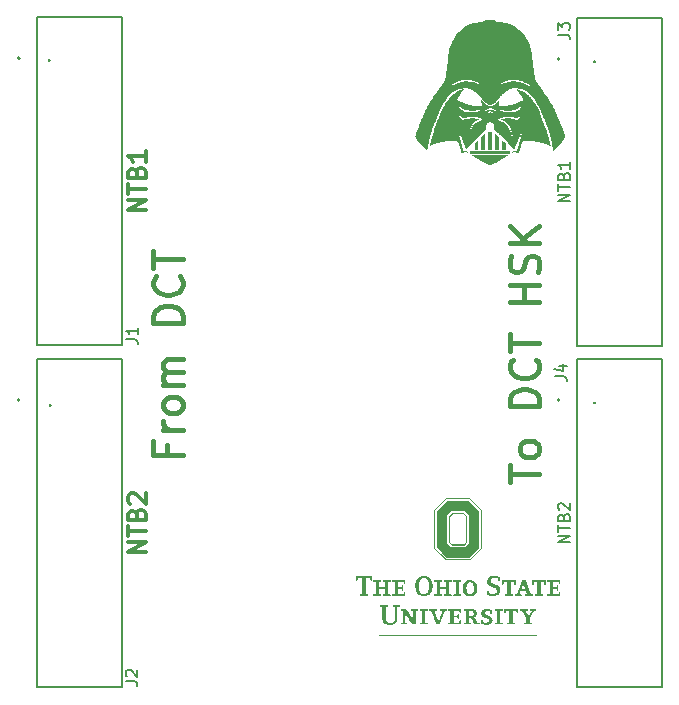
<source format=gbr>
%TF.GenerationSoftware,KiCad,Pcbnew,7.0.7*%
%TF.CreationDate,2023-09-12T23:31:05-05:00*%
%TF.ProjectId,Temps_North_DCT_HSK,54656d70-735f-44e6-9f72-74685f444354,B*%
%TF.SameCoordinates,Original*%
%TF.FileFunction,Legend,Top*%
%TF.FilePolarity,Positive*%
%FSLAX46Y46*%
G04 Gerber Fmt 4.6, Leading zero omitted, Abs format (unit mm)*
G04 Created by KiCad (PCBNEW 7.0.7) date 2023-09-12 23:31:05*
%MOMM*%
%LPD*%
G01*
G04 APERTURE LIST*
%ADD10C,0.254000*%
%ADD11C,0.400000*%
%ADD12C,0.300000*%
%ADD13C,0.200000*%
%ADD14C,0.150000*%
%ADD15C,0.127000*%
G04 APERTURE END LIST*
D10*
X92670001Y-50830000D02*
G75*
G03*
X92670001Y-50830000I-1J0D01*
G01*
X138861800Y-50932498D02*
G75*
G03*
X138861800Y-50932498I-25400J0D01*
G01*
X92760800Y-80020000D02*
G75*
G03*
X92760800Y-80020000I-25400J0D01*
G01*
X138861800Y-79832200D02*
G75*
G03*
X138861800Y-79832200I-25400J0D01*
G01*
D11*
X131668147Y-86514980D02*
X131668147Y-85086409D01*
X134168147Y-85800695D02*
X131668147Y-85800695D01*
X134168147Y-83895933D02*
X134049100Y-84134028D01*
X134049100Y-84134028D02*
X133930052Y-84253075D01*
X133930052Y-84253075D02*
X133691957Y-84372123D01*
X133691957Y-84372123D02*
X132977671Y-84372123D01*
X132977671Y-84372123D02*
X132739576Y-84253075D01*
X132739576Y-84253075D02*
X132620528Y-84134028D01*
X132620528Y-84134028D02*
X132501480Y-83895933D01*
X132501480Y-83895933D02*
X132501480Y-83538790D01*
X132501480Y-83538790D02*
X132620528Y-83300694D01*
X132620528Y-83300694D02*
X132739576Y-83181647D01*
X132739576Y-83181647D02*
X132977671Y-83062599D01*
X132977671Y-83062599D02*
X133691957Y-83062599D01*
X133691957Y-83062599D02*
X133930052Y-83181647D01*
X133930052Y-83181647D02*
X134049100Y-83300694D01*
X134049100Y-83300694D02*
X134168147Y-83538790D01*
X134168147Y-83538790D02*
X134168147Y-83895933D01*
X134168147Y-80086408D02*
X131668147Y-80086408D01*
X131668147Y-80086408D02*
X131668147Y-79491170D01*
X131668147Y-79491170D02*
X131787195Y-79134027D01*
X131787195Y-79134027D02*
X132025290Y-78895932D01*
X132025290Y-78895932D02*
X132263385Y-78776885D01*
X132263385Y-78776885D02*
X132739576Y-78657837D01*
X132739576Y-78657837D02*
X133096719Y-78657837D01*
X133096719Y-78657837D02*
X133572909Y-78776885D01*
X133572909Y-78776885D02*
X133811004Y-78895932D01*
X133811004Y-78895932D02*
X134049100Y-79134027D01*
X134049100Y-79134027D02*
X134168147Y-79491170D01*
X134168147Y-79491170D02*
X134168147Y-80086408D01*
X133930052Y-76157837D02*
X134049100Y-76276885D01*
X134049100Y-76276885D02*
X134168147Y-76634027D01*
X134168147Y-76634027D02*
X134168147Y-76872123D01*
X134168147Y-76872123D02*
X134049100Y-77229266D01*
X134049100Y-77229266D02*
X133811004Y-77467361D01*
X133811004Y-77467361D02*
X133572909Y-77586408D01*
X133572909Y-77586408D02*
X133096719Y-77705456D01*
X133096719Y-77705456D02*
X132739576Y-77705456D01*
X132739576Y-77705456D02*
X132263385Y-77586408D01*
X132263385Y-77586408D02*
X132025290Y-77467361D01*
X132025290Y-77467361D02*
X131787195Y-77229266D01*
X131787195Y-77229266D02*
X131668147Y-76872123D01*
X131668147Y-76872123D02*
X131668147Y-76634027D01*
X131668147Y-76634027D02*
X131787195Y-76276885D01*
X131787195Y-76276885D02*
X131906242Y-76157837D01*
X131668147Y-75443551D02*
X131668147Y-74014980D01*
X134168147Y-74729266D02*
X131668147Y-74729266D01*
X134168147Y-71276884D02*
X131668147Y-71276884D01*
X132858623Y-71276884D02*
X132858623Y-69848313D01*
X134168147Y-69848313D02*
X131668147Y-69848313D01*
X134049100Y-68776884D02*
X134168147Y-68419741D01*
X134168147Y-68419741D02*
X134168147Y-67824503D01*
X134168147Y-67824503D02*
X134049100Y-67586408D01*
X134049100Y-67586408D02*
X133930052Y-67467360D01*
X133930052Y-67467360D02*
X133691957Y-67348313D01*
X133691957Y-67348313D02*
X133453861Y-67348313D01*
X133453861Y-67348313D02*
X133215766Y-67467360D01*
X133215766Y-67467360D02*
X133096719Y-67586408D01*
X133096719Y-67586408D02*
X132977671Y-67824503D01*
X132977671Y-67824503D02*
X132858623Y-68300694D01*
X132858623Y-68300694D02*
X132739576Y-68538789D01*
X132739576Y-68538789D02*
X132620528Y-68657836D01*
X132620528Y-68657836D02*
X132382433Y-68776884D01*
X132382433Y-68776884D02*
X132144338Y-68776884D01*
X132144338Y-68776884D02*
X131906242Y-68657836D01*
X131906242Y-68657836D02*
X131787195Y-68538789D01*
X131787195Y-68538789D02*
X131668147Y-68300694D01*
X131668147Y-68300694D02*
X131668147Y-67705455D01*
X131668147Y-67705455D02*
X131787195Y-67348313D01*
X134168147Y-66276884D02*
X131668147Y-66276884D01*
X134168147Y-64848313D02*
X132739576Y-65919742D01*
X131668147Y-64848313D02*
X133096719Y-66276884D01*
D12*
X100860728Y-92481886D02*
X99360728Y-92481886D01*
X99360728Y-92481886D02*
X100860728Y-91624743D01*
X100860728Y-91624743D02*
X99360728Y-91624743D01*
X99360728Y-91124742D02*
X99360728Y-90267600D01*
X100860728Y-90696171D02*
X99360728Y-90696171D01*
X100075014Y-89267600D02*
X100146442Y-89053314D01*
X100146442Y-89053314D02*
X100217871Y-88981885D01*
X100217871Y-88981885D02*
X100360728Y-88910457D01*
X100360728Y-88910457D02*
X100575014Y-88910457D01*
X100575014Y-88910457D02*
X100717871Y-88981885D01*
X100717871Y-88981885D02*
X100789300Y-89053314D01*
X100789300Y-89053314D02*
X100860728Y-89196171D01*
X100860728Y-89196171D02*
X100860728Y-89767600D01*
X100860728Y-89767600D02*
X99360728Y-89767600D01*
X99360728Y-89767600D02*
X99360728Y-89267600D01*
X99360728Y-89267600D02*
X99432157Y-89124743D01*
X99432157Y-89124743D02*
X99503585Y-89053314D01*
X99503585Y-89053314D02*
X99646442Y-88981885D01*
X99646442Y-88981885D02*
X99789300Y-88981885D01*
X99789300Y-88981885D02*
X99932157Y-89053314D01*
X99932157Y-89053314D02*
X100003585Y-89124743D01*
X100003585Y-89124743D02*
X100075014Y-89267600D01*
X100075014Y-89267600D02*
X100075014Y-89767600D01*
X99503585Y-88339028D02*
X99432157Y-88267600D01*
X99432157Y-88267600D02*
X99360728Y-88124743D01*
X99360728Y-88124743D02*
X99360728Y-87767600D01*
X99360728Y-87767600D02*
X99432157Y-87624743D01*
X99432157Y-87624743D02*
X99503585Y-87553314D01*
X99503585Y-87553314D02*
X99646442Y-87481885D01*
X99646442Y-87481885D02*
X99789300Y-87481885D01*
X99789300Y-87481885D02*
X100003585Y-87553314D01*
X100003585Y-87553314D02*
X100860728Y-88410457D01*
X100860728Y-88410457D02*
X100860728Y-87481885D01*
D13*
X136759619Y-91630456D02*
X135759619Y-91630456D01*
X135759619Y-91630456D02*
X136759619Y-91059028D01*
X136759619Y-91059028D02*
X135759619Y-91059028D01*
X135759619Y-90725694D02*
X135759619Y-90154266D01*
X136759619Y-90439980D02*
X135759619Y-90439980D01*
X136235809Y-89487599D02*
X136283428Y-89344742D01*
X136283428Y-89344742D02*
X136331047Y-89297123D01*
X136331047Y-89297123D02*
X136426285Y-89249504D01*
X136426285Y-89249504D02*
X136569142Y-89249504D01*
X136569142Y-89249504D02*
X136664380Y-89297123D01*
X136664380Y-89297123D02*
X136712000Y-89344742D01*
X136712000Y-89344742D02*
X136759619Y-89439980D01*
X136759619Y-89439980D02*
X136759619Y-89820932D01*
X136759619Y-89820932D02*
X135759619Y-89820932D01*
X135759619Y-89820932D02*
X135759619Y-89487599D01*
X135759619Y-89487599D02*
X135807238Y-89392361D01*
X135807238Y-89392361D02*
X135854857Y-89344742D01*
X135854857Y-89344742D02*
X135950095Y-89297123D01*
X135950095Y-89297123D02*
X136045333Y-89297123D01*
X136045333Y-89297123D02*
X136140571Y-89344742D01*
X136140571Y-89344742D02*
X136188190Y-89392361D01*
X136188190Y-89392361D02*
X136235809Y-89487599D01*
X136235809Y-89487599D02*
X136235809Y-89820932D01*
X135854857Y-88868551D02*
X135807238Y-88820932D01*
X135807238Y-88820932D02*
X135759619Y-88725694D01*
X135759619Y-88725694D02*
X135759619Y-88487599D01*
X135759619Y-88487599D02*
X135807238Y-88392361D01*
X135807238Y-88392361D02*
X135854857Y-88344742D01*
X135854857Y-88344742D02*
X135950095Y-88297123D01*
X135950095Y-88297123D02*
X136045333Y-88297123D01*
X136045333Y-88297123D02*
X136188190Y-88344742D01*
X136188190Y-88344742D02*
X136759619Y-88916170D01*
X136759619Y-88916170D02*
X136759619Y-88297123D01*
D11*
X102683623Y-83381647D02*
X102683623Y-84214980D01*
X103993147Y-84214980D02*
X101493147Y-84214980D01*
X101493147Y-84214980D02*
X101493147Y-83024504D01*
X103993147Y-82072123D02*
X102326480Y-82072123D01*
X102802671Y-82072123D02*
X102564576Y-81953076D01*
X102564576Y-81953076D02*
X102445528Y-81834028D01*
X102445528Y-81834028D02*
X102326480Y-81595933D01*
X102326480Y-81595933D02*
X102326480Y-81357838D01*
X103993147Y-80167362D02*
X103874100Y-80405457D01*
X103874100Y-80405457D02*
X103755052Y-80524504D01*
X103755052Y-80524504D02*
X103516957Y-80643552D01*
X103516957Y-80643552D02*
X102802671Y-80643552D01*
X102802671Y-80643552D02*
X102564576Y-80524504D01*
X102564576Y-80524504D02*
X102445528Y-80405457D01*
X102445528Y-80405457D02*
X102326480Y-80167362D01*
X102326480Y-80167362D02*
X102326480Y-79810219D01*
X102326480Y-79810219D02*
X102445528Y-79572123D01*
X102445528Y-79572123D02*
X102564576Y-79453076D01*
X102564576Y-79453076D02*
X102802671Y-79334028D01*
X102802671Y-79334028D02*
X103516957Y-79334028D01*
X103516957Y-79334028D02*
X103755052Y-79453076D01*
X103755052Y-79453076D02*
X103874100Y-79572123D01*
X103874100Y-79572123D02*
X103993147Y-79810219D01*
X103993147Y-79810219D02*
X103993147Y-80167362D01*
X103993147Y-78262599D02*
X102326480Y-78262599D01*
X102564576Y-78262599D02*
X102445528Y-78143552D01*
X102445528Y-78143552D02*
X102326480Y-77905457D01*
X102326480Y-77905457D02*
X102326480Y-77548314D01*
X102326480Y-77548314D02*
X102445528Y-77310218D01*
X102445528Y-77310218D02*
X102683623Y-77191171D01*
X102683623Y-77191171D02*
X103993147Y-77191171D01*
X102683623Y-77191171D02*
X102445528Y-77072123D01*
X102445528Y-77072123D02*
X102326480Y-76834028D01*
X102326480Y-76834028D02*
X102326480Y-76476885D01*
X102326480Y-76476885D02*
X102445528Y-76238790D01*
X102445528Y-76238790D02*
X102683623Y-76119742D01*
X102683623Y-76119742D02*
X103993147Y-76119742D01*
X103993147Y-73024504D02*
X101493147Y-73024504D01*
X101493147Y-73024504D02*
X101493147Y-72429266D01*
X101493147Y-72429266D02*
X101612195Y-72072123D01*
X101612195Y-72072123D02*
X101850290Y-71834028D01*
X101850290Y-71834028D02*
X102088385Y-71714981D01*
X102088385Y-71714981D02*
X102564576Y-71595933D01*
X102564576Y-71595933D02*
X102921719Y-71595933D01*
X102921719Y-71595933D02*
X103397909Y-71714981D01*
X103397909Y-71714981D02*
X103636004Y-71834028D01*
X103636004Y-71834028D02*
X103874100Y-72072123D01*
X103874100Y-72072123D02*
X103993147Y-72429266D01*
X103993147Y-72429266D02*
X103993147Y-73024504D01*
X103755052Y-69095933D02*
X103874100Y-69214981D01*
X103874100Y-69214981D02*
X103993147Y-69572123D01*
X103993147Y-69572123D02*
X103993147Y-69810219D01*
X103993147Y-69810219D02*
X103874100Y-70167362D01*
X103874100Y-70167362D02*
X103636004Y-70405457D01*
X103636004Y-70405457D02*
X103397909Y-70524504D01*
X103397909Y-70524504D02*
X102921719Y-70643552D01*
X102921719Y-70643552D02*
X102564576Y-70643552D01*
X102564576Y-70643552D02*
X102088385Y-70524504D01*
X102088385Y-70524504D02*
X101850290Y-70405457D01*
X101850290Y-70405457D02*
X101612195Y-70167362D01*
X101612195Y-70167362D02*
X101493147Y-69810219D01*
X101493147Y-69810219D02*
X101493147Y-69572123D01*
X101493147Y-69572123D02*
X101612195Y-69214981D01*
X101612195Y-69214981D02*
X101731242Y-69095933D01*
X101493147Y-68381647D02*
X101493147Y-66953076D01*
X103993147Y-67667362D02*
X101493147Y-67667362D01*
D13*
X136759619Y-62755257D02*
X135759619Y-62755257D01*
X135759619Y-62755257D02*
X136759619Y-62183829D01*
X136759619Y-62183829D02*
X135759619Y-62183829D01*
X135759619Y-61850495D02*
X135759619Y-61279067D01*
X136759619Y-61564781D02*
X135759619Y-61564781D01*
X136235809Y-60612400D02*
X136283428Y-60469543D01*
X136283428Y-60469543D02*
X136331047Y-60421924D01*
X136331047Y-60421924D02*
X136426285Y-60374305D01*
X136426285Y-60374305D02*
X136569142Y-60374305D01*
X136569142Y-60374305D02*
X136664380Y-60421924D01*
X136664380Y-60421924D02*
X136712000Y-60469543D01*
X136712000Y-60469543D02*
X136759619Y-60564781D01*
X136759619Y-60564781D02*
X136759619Y-60945733D01*
X136759619Y-60945733D02*
X135759619Y-60945733D01*
X135759619Y-60945733D02*
X135759619Y-60612400D01*
X135759619Y-60612400D02*
X135807238Y-60517162D01*
X135807238Y-60517162D02*
X135854857Y-60469543D01*
X135854857Y-60469543D02*
X135950095Y-60421924D01*
X135950095Y-60421924D02*
X136045333Y-60421924D01*
X136045333Y-60421924D02*
X136140571Y-60469543D01*
X136140571Y-60469543D02*
X136188190Y-60517162D01*
X136188190Y-60517162D02*
X136235809Y-60612400D01*
X136235809Y-60612400D02*
X136235809Y-60945733D01*
X136759619Y-59421924D02*
X136759619Y-59993352D01*
X136759619Y-59707638D02*
X135759619Y-59707638D01*
X135759619Y-59707638D02*
X135902476Y-59802876D01*
X135902476Y-59802876D02*
X135997714Y-59898114D01*
X135997714Y-59898114D02*
X136045333Y-59993352D01*
D12*
X100860728Y-63525886D02*
X99360728Y-63525886D01*
X99360728Y-63525886D02*
X100860728Y-62668743D01*
X100860728Y-62668743D02*
X99360728Y-62668743D01*
X99360728Y-62168742D02*
X99360728Y-61311600D01*
X100860728Y-61740171D02*
X99360728Y-61740171D01*
X100075014Y-60311600D02*
X100146442Y-60097314D01*
X100146442Y-60097314D02*
X100217871Y-60025885D01*
X100217871Y-60025885D02*
X100360728Y-59954457D01*
X100360728Y-59954457D02*
X100575014Y-59954457D01*
X100575014Y-59954457D02*
X100717871Y-60025885D01*
X100717871Y-60025885D02*
X100789300Y-60097314D01*
X100789300Y-60097314D02*
X100860728Y-60240171D01*
X100860728Y-60240171D02*
X100860728Y-60811600D01*
X100860728Y-60811600D02*
X99360728Y-60811600D01*
X99360728Y-60811600D02*
X99360728Y-60311600D01*
X99360728Y-60311600D02*
X99432157Y-60168743D01*
X99432157Y-60168743D02*
X99503585Y-60097314D01*
X99503585Y-60097314D02*
X99646442Y-60025885D01*
X99646442Y-60025885D02*
X99789300Y-60025885D01*
X99789300Y-60025885D02*
X99932157Y-60097314D01*
X99932157Y-60097314D02*
X100003585Y-60168743D01*
X100003585Y-60168743D02*
X100075014Y-60311600D01*
X100075014Y-60311600D02*
X100075014Y-60811600D01*
X100860728Y-58525885D02*
X100860728Y-59383028D01*
X100860728Y-58954457D02*
X99360728Y-58954457D01*
X99360728Y-58954457D02*
X99575014Y-59097314D01*
X99575014Y-59097314D02*
X99717871Y-59240171D01*
X99717871Y-59240171D02*
X99789300Y-59383028D01*
D14*
X99149819Y-103406533D02*
X99864104Y-103406533D01*
X99864104Y-103406533D02*
X100006961Y-103454152D01*
X100006961Y-103454152D02*
X100102200Y-103549390D01*
X100102200Y-103549390D02*
X100149819Y-103692247D01*
X100149819Y-103692247D02*
X100149819Y-103787485D01*
X99245057Y-102977961D02*
X99197438Y-102930342D01*
X99197438Y-102930342D02*
X99149819Y-102835104D01*
X99149819Y-102835104D02*
X99149819Y-102597009D01*
X99149819Y-102597009D02*
X99197438Y-102501771D01*
X99197438Y-102501771D02*
X99245057Y-102454152D01*
X99245057Y-102454152D02*
X99340295Y-102406533D01*
X99340295Y-102406533D02*
X99435533Y-102406533D01*
X99435533Y-102406533D02*
X99578390Y-102454152D01*
X99578390Y-102454152D02*
X100149819Y-103025580D01*
X100149819Y-103025580D02*
X100149819Y-102406533D01*
X135751219Y-48644133D02*
X136465504Y-48644133D01*
X136465504Y-48644133D02*
X136608361Y-48691752D01*
X136608361Y-48691752D02*
X136703600Y-48786990D01*
X136703600Y-48786990D02*
X136751219Y-48929847D01*
X136751219Y-48929847D02*
X136751219Y-49025085D01*
X135751219Y-48263180D02*
X135751219Y-47644133D01*
X135751219Y-47644133D02*
X136132171Y-47977466D01*
X136132171Y-47977466D02*
X136132171Y-47834609D01*
X136132171Y-47834609D02*
X136179790Y-47739371D01*
X136179790Y-47739371D02*
X136227409Y-47691752D01*
X136227409Y-47691752D02*
X136322647Y-47644133D01*
X136322647Y-47644133D02*
X136560742Y-47644133D01*
X136560742Y-47644133D02*
X136655980Y-47691752D01*
X136655980Y-47691752D02*
X136703600Y-47739371D01*
X136703600Y-47739371D02*
X136751219Y-47834609D01*
X136751219Y-47834609D02*
X136751219Y-48120323D01*
X136751219Y-48120323D02*
X136703600Y-48215561D01*
X136703600Y-48215561D02*
X136655980Y-48263180D01*
X135497219Y-77574733D02*
X136211504Y-77574733D01*
X136211504Y-77574733D02*
X136354361Y-77622352D01*
X136354361Y-77622352D02*
X136449600Y-77717590D01*
X136449600Y-77717590D02*
X136497219Y-77860447D01*
X136497219Y-77860447D02*
X136497219Y-77955685D01*
X135830552Y-76669971D02*
X136497219Y-76669971D01*
X135449600Y-76908066D02*
X136163885Y-77146161D01*
X136163885Y-77146161D02*
X136163885Y-76527114D01*
X99175219Y-74450533D02*
X99889504Y-74450533D01*
X99889504Y-74450533D02*
X100032361Y-74498152D01*
X100032361Y-74498152D02*
X100127600Y-74593390D01*
X100127600Y-74593390D02*
X100175219Y-74736247D01*
X100175219Y-74736247D02*
X100175219Y-74831485D01*
X100175219Y-73450533D02*
X100175219Y-74021961D01*
X100175219Y-73736247D02*
X99175219Y-73736247D01*
X99175219Y-73736247D02*
X99318076Y-73831485D01*
X99318076Y-73831485D02*
X99413314Y-73926723D01*
X99413314Y-73926723D02*
X99460933Y-74021961D01*
D15*
%TO.C,J2*%
X98831600Y-76123600D02*
X98831600Y-103911600D01*
X91617600Y-76123600D02*
X98831600Y-76123600D01*
X98831600Y-103911600D02*
X91617600Y-103911600D01*
X91617600Y-103911600D02*
X91617600Y-76123600D01*
D13*
X90183080Y-79583280D02*
G75*
G03*
X90183080Y-79583280I-100000J0D01*
G01*
%TO.C,G\u002A\u002A\u002A*%
G36*
X134019742Y-99567900D02*
G01*
X120589857Y-99567900D01*
X120589857Y-99470582D01*
X134019742Y-99470582D01*
X134019742Y-99567900D01*
G37*
G36*
X134733407Y-95204810D02*
G01*
X134607840Y-95204810D01*
X134585820Y-95010174D01*
X134295476Y-95010174D01*
X134295476Y-95997963D01*
X134490112Y-96019983D01*
X134490112Y-96145550D01*
X133808886Y-96145550D01*
X133808886Y-96019983D01*
X134003522Y-95997963D01*
X134003522Y-95010174D01*
X133713179Y-95010174D01*
X133691159Y-95204810D01*
X133565591Y-95204810D01*
X133565591Y-94847977D01*
X134733407Y-94847977D01*
X134733407Y-95204810D01*
G37*
G36*
X124725872Y-97407499D02*
G01*
X124531236Y-97430089D01*
X124531236Y-98428841D01*
X124624499Y-98442847D01*
X124676803Y-98451535D01*
X124705121Y-98461586D01*
X124717551Y-98479165D01*
X124722190Y-98510434D01*
X124722796Y-98517677D01*
X124727831Y-98578501D01*
X124044646Y-98578501D01*
X124044646Y-98521223D01*
X124046384Y-98487751D01*
X124056179Y-98467136D01*
X124080909Y-98454680D01*
X124127447Y-98445681D01*
X124162239Y-98440850D01*
X124239282Y-98430536D01*
X124239282Y-97430089D01*
X124044646Y-97407499D01*
X124044646Y-97280927D01*
X124725872Y-97280927D01*
X124725872Y-97407499D01*
G37*
G36*
X127950709Y-89274539D02*
G01*
X128083344Y-89410425D01*
X128083344Y-91624227D01*
X127950709Y-91760112D01*
X127818075Y-91895997D01*
X126793164Y-91895997D01*
X126659710Y-91761846D01*
X126526255Y-91627695D01*
X126526255Y-91595061D01*
X126623573Y-91595061D01*
X126724478Y-91696870D01*
X126825382Y-91798679D01*
X127782407Y-91798679D01*
X127884216Y-91697775D01*
X127986026Y-91596871D01*
X127986026Y-89439532D01*
X127767930Y-89219752D01*
X126843353Y-89219752D01*
X126623573Y-89437848D01*
X126623573Y-91595061D01*
X126526255Y-91595061D01*
X126526255Y-89405562D01*
X126660406Y-89272108D01*
X126794558Y-89138654D01*
X127818075Y-89138654D01*
X127950709Y-89274539D01*
G37*
G36*
X128671419Y-88534582D02*
G01*
X129105183Y-88968569D01*
X129105183Y-92067104D01*
X128236047Y-92934056D01*
X126371947Y-92934056D01*
X125930072Y-92491962D01*
X125488197Y-92049867D01*
X125488197Y-91676502D01*
X126380278Y-91676502D01*
X126554363Y-91851129D01*
X126728448Y-92025755D01*
X127880044Y-92025755D01*
X128046572Y-91859793D01*
X128213101Y-91693831D01*
X128213101Y-89341929D01*
X127864931Y-88992677D01*
X126745729Y-88992677D01*
X126563003Y-89174884D01*
X126380278Y-89357090D01*
X126380278Y-91676502D01*
X125488197Y-91676502D01*
X125488197Y-88984346D01*
X125930291Y-88542471D01*
X126372386Y-88100595D01*
X128237656Y-88100595D01*
X128671419Y-88534582D01*
G37*
G36*
X129316038Y-88862582D02*
G01*
X129316038Y-92147599D01*
X128817187Y-92646255D01*
X128318336Y-93144912D01*
X126270466Y-93144912D01*
X125782623Y-92646157D01*
X125294779Y-92147402D01*
X125294761Y-92098541D01*
X125374659Y-92098541D01*
X125848981Y-92573067D01*
X126323303Y-93047594D01*
X128286299Y-93047594D01*
X128752344Y-92581278D01*
X129218389Y-92114963D01*
X129240301Y-88909039D01*
X128771410Y-88439938D01*
X128302519Y-87970838D01*
X126307496Y-87970838D01*
X125841078Y-88437048D01*
X125374659Y-88903259D01*
X125374659Y-92098541D01*
X125294761Y-92098541D01*
X125293561Y-88854610D01*
X126275047Y-87873520D01*
X128338294Y-87873520D01*
X129316038Y-88862582D01*
G37*
G36*
X132381556Y-97637760D02*
G01*
X132255988Y-97637760D01*
X132233968Y-97443124D01*
X131943625Y-97443124D01*
X131943625Y-98428841D01*
X132036888Y-98442847D01*
X132089191Y-98451535D01*
X132117509Y-98461586D01*
X132129939Y-98479165D01*
X132134578Y-98510434D01*
X132135185Y-98517677D01*
X132140219Y-98578501D01*
X131455076Y-98578501D01*
X131460110Y-98517677D01*
X131464223Y-98483417D01*
X131474729Y-98463914D01*
X131499723Y-98453002D01*
X131547303Y-98444519D01*
X131558407Y-98442847D01*
X131651671Y-98428841D01*
X131651671Y-97443124D01*
X131362902Y-97443124D01*
X131340312Y-97637760D01*
X131213739Y-97637760D01*
X131213739Y-97280927D01*
X132381556Y-97280927D01*
X132381556Y-97637760D01*
G37*
G36*
X131067762Y-97405434D02*
G01*
X130881236Y-97435014D01*
X130876950Y-97931893D01*
X130872663Y-98428773D01*
X130966158Y-98442813D01*
X131018541Y-98451506D01*
X131046929Y-98461536D01*
X131059406Y-98479046D01*
X131064059Y-98510179D01*
X131064687Y-98517677D01*
X131069721Y-98578501D01*
X130386536Y-98578501D01*
X130386536Y-98521223D01*
X130388274Y-98487751D01*
X130398069Y-98467136D01*
X130422799Y-98454680D01*
X130469337Y-98445681D01*
X130504129Y-98440850D01*
X130581172Y-98430536D01*
X130581172Y-97430587D01*
X130487909Y-97416581D01*
X130435675Y-97407940D01*
X130407843Y-97398255D01*
X130396730Y-97381695D01*
X130394653Y-97352429D01*
X130394646Y-97345806D01*
X130394646Y-97289037D01*
X131067762Y-97280269D01*
X131067762Y-97405434D01*
G37*
G36*
X127580534Y-94973544D02*
G01*
X127483216Y-94984555D01*
X127385898Y-94995565D01*
X127385898Y-95488502D01*
X127386413Y-95633017D01*
X127387910Y-95756305D01*
X127390317Y-95856076D01*
X127393562Y-95930037D01*
X127397572Y-95975897D01*
X127401731Y-95991225D01*
X127426062Y-95998688D01*
X127470407Y-96006795D01*
X127499049Y-96010661D01*
X127580534Y-96020312D01*
X127580534Y-96145550D01*
X126897350Y-96145550D01*
X126902384Y-96084727D01*
X126906497Y-96050467D01*
X126917002Y-96030964D01*
X126941996Y-96020052D01*
X126989577Y-96011569D01*
X127000681Y-96009897D01*
X127093944Y-95995891D01*
X127093944Y-94997636D01*
X127000681Y-94983630D01*
X126948377Y-94974942D01*
X126920059Y-94964891D01*
X126907629Y-94947313D01*
X126902990Y-94916043D01*
X126902384Y-94908801D01*
X126897350Y-94847977D01*
X127580534Y-94847977D01*
X127580534Y-94973544D01*
G37*
G36*
X132186920Y-95204810D02*
G01*
X132059150Y-95204810D01*
X132048835Y-95127766D01*
X132040983Y-95072114D01*
X132031021Y-95037521D01*
X132012091Y-95018991D01*
X131977334Y-95011531D01*
X131919891Y-95010146D01*
X131887365Y-95010174D01*
X131748989Y-95010174D01*
X131748989Y-95997239D01*
X131927405Y-96019531D01*
X131927405Y-96145550D01*
X131262398Y-96145550D01*
X131262398Y-96019531D01*
X131351607Y-96008385D01*
X131440815Y-95997239D01*
X131440815Y-95010174D01*
X131303257Y-95010174D01*
X131235780Y-95010042D01*
X131193545Y-95013562D01*
X131169431Y-95026603D01*
X131156315Y-95055039D01*
X131147075Y-95104739D01*
X131140951Y-95143986D01*
X131132357Y-95183190D01*
X131116395Y-95200438D01*
X131082148Y-95204714D01*
X131067028Y-95204810D01*
X131002884Y-95204810D01*
X131002884Y-94847977D01*
X132186920Y-94847977D01*
X132186920Y-95204810D01*
G37*
G36*
X135966102Y-95188590D02*
G01*
X135838819Y-95188590D01*
X135811747Y-95018284D01*
X135572641Y-95013795D01*
X135333535Y-95009307D01*
X135333535Y-95400663D01*
X135483567Y-95395999D01*
X135633599Y-95391336D01*
X135648045Y-95306183D01*
X135657548Y-95256855D01*
X135668665Y-95231572D01*
X135687893Y-95222307D01*
X135716979Y-95221029D01*
X135771466Y-95221029D01*
X135771466Y-95707619D01*
X135715256Y-95707619D01*
X135681846Y-95705940D01*
X135663842Y-95695381D01*
X135654404Y-95667659D01*
X135648288Y-95626521D01*
X135637530Y-95545423D01*
X135333535Y-95545423D01*
X135333535Y-95984221D01*
X135572641Y-95979732D01*
X135811747Y-95975244D01*
X135825283Y-95890091D01*
X135838819Y-95804937D01*
X135966102Y-95804937D01*
X135966102Y-96145550D01*
X134846945Y-96145550D01*
X134846945Y-96019983D01*
X135041581Y-95997963D01*
X135041581Y-94997636D01*
X134948318Y-94983630D01*
X134896015Y-94974942D01*
X134867696Y-94964891D01*
X134855266Y-94947313D01*
X134850627Y-94916043D01*
X134850021Y-94908801D01*
X134844987Y-94847977D01*
X135966102Y-94847977D01*
X135966102Y-95188590D01*
G37*
G36*
X122844391Y-95188590D02*
G01*
X122716968Y-95188590D01*
X122694676Y-95010174D01*
X122210794Y-95010174D01*
X122219934Y-95391336D01*
X122511658Y-95391336D01*
X122528770Y-95310238D01*
X122540677Y-95262002D01*
X122554550Y-95237096D01*
X122577376Y-95226802D01*
X122597818Y-95224057D01*
X122649755Y-95218974D01*
X122649755Y-95707619D01*
X122594508Y-95707619D01*
X122561645Y-95705858D01*
X122543838Y-95695055D01*
X122534309Y-95666934D01*
X122528107Y-95626521D01*
X122516953Y-95545423D01*
X122211824Y-95545423D01*
X122211824Y-95983354D01*
X122694676Y-95983354D01*
X122705822Y-95894146D01*
X122716968Y-95804937D01*
X122844391Y-95804937D01*
X122844391Y-96145550D01*
X121723276Y-96145550D01*
X121728310Y-96084727D01*
X121732423Y-96050467D01*
X121742928Y-96030964D01*
X121767922Y-96020052D01*
X121815502Y-96011569D01*
X121826607Y-96009897D01*
X121919870Y-95995891D01*
X121919870Y-94997636D01*
X121826607Y-94983630D01*
X121774303Y-94974942D01*
X121745985Y-94964891D01*
X121733555Y-94947313D01*
X121728916Y-94916043D01*
X121728310Y-94908801D01*
X121723276Y-94847977D01*
X122844391Y-94847977D01*
X122844391Y-95188590D01*
G37*
G36*
X127564314Y-97621540D02*
G01*
X127436891Y-97621540D01*
X127414599Y-97443124D01*
X126930718Y-97443124D01*
X126935287Y-97633705D01*
X126939857Y-97824286D01*
X127231582Y-97824286D01*
X127248693Y-97743188D01*
X127260600Y-97694952D01*
X127274474Y-97670046D01*
X127297300Y-97659752D01*
X127317741Y-97657007D01*
X127369678Y-97651924D01*
X127369678Y-98140570D01*
X127314999Y-98140570D01*
X127282468Y-98138783D01*
X127264871Y-98127899D01*
X127255522Y-98099633D01*
X127249562Y-98059471D01*
X127238804Y-97978373D01*
X126931747Y-97978373D01*
X126931747Y-98416304D01*
X127414599Y-98416304D01*
X127436891Y-98237888D01*
X127564314Y-98237888D01*
X127564314Y-98578501D01*
X126445157Y-98578501D01*
X126445157Y-98521223D01*
X126446894Y-98487751D01*
X126456690Y-98467136D01*
X126481420Y-98454680D01*
X126527958Y-98445681D01*
X126562750Y-98440850D01*
X126639793Y-98430536D01*
X126639793Y-97430587D01*
X126546530Y-97416581D01*
X126494296Y-97407940D01*
X126466464Y-97398255D01*
X126455350Y-97381695D01*
X126453274Y-97352429D01*
X126453267Y-97345806D01*
X126453267Y-97289037D01*
X127008791Y-97284769D01*
X127564314Y-97280501D01*
X127564314Y-97621540D01*
G37*
G36*
X123115023Y-97614533D02*
G01*
X123185677Y-97712900D01*
X123254626Y-97808912D01*
X123318160Y-97897399D01*
X123372570Y-97973196D01*
X123414145Y-98031133D01*
X123432354Y-98056524D01*
X123509397Y-98164007D01*
X123509397Y-97430089D01*
X123314761Y-97407499D01*
X123314761Y-97280927D01*
X123898669Y-97280927D01*
X123898669Y-97407499D01*
X123704033Y-97430089D01*
X123704033Y-98578501D01*
X123586441Y-98577802D01*
X123468848Y-98577104D01*
X123178611Y-98165590D01*
X123104982Y-98061428D01*
X123035771Y-97963957D01*
X122973617Y-97876862D01*
X122921162Y-97803826D01*
X122881046Y-97748535D01*
X122855908Y-97714672D01*
X122850746Y-97708083D01*
X122813118Y-97662089D01*
X122812535Y-98045465D01*
X122811951Y-98428841D01*
X122905215Y-98442847D01*
X122957518Y-98451535D01*
X122985836Y-98461586D01*
X122998266Y-98479165D01*
X123002905Y-98510434D01*
X123003512Y-98517677D01*
X123008546Y-98578501D01*
X122422679Y-98578501D01*
X122422679Y-98521223D01*
X122424417Y-98487751D01*
X122434212Y-98467136D01*
X122458942Y-98454680D01*
X122505481Y-98445681D01*
X122540272Y-98440850D01*
X122617315Y-98430536D01*
X122617315Y-97430587D01*
X122524052Y-97416581D01*
X122471818Y-97407940D01*
X122443986Y-97398255D01*
X122432873Y-97381695D01*
X122430796Y-97352429D01*
X122430789Y-97345806D01*
X122430789Y-97289037D01*
X122652763Y-97284531D01*
X122874736Y-97280025D01*
X123115023Y-97614533D01*
G37*
G36*
X133192539Y-97406947D02*
G01*
X133102102Y-97418246D01*
X133046036Y-97428517D01*
X133020163Y-97441314D01*
X133019009Y-97448499D01*
X133030048Y-97468464D01*
X133055269Y-97510155D01*
X133091260Y-97568044D01*
X133134609Y-97636604D01*
X133148947Y-97659063D01*
X133197455Y-97734495D01*
X133231795Y-97785914D01*
X133255180Y-97816697D01*
X133270822Y-97830222D01*
X133281936Y-97829865D01*
X133291734Y-97819004D01*
X133295573Y-97813150D01*
X133313395Y-97785017D01*
X133344086Y-97736264D01*
X133383321Y-97673773D01*
X133426213Y-97605321D01*
X133532821Y-97435014D01*
X133443779Y-97420224D01*
X133354736Y-97405434D01*
X133354736Y-97280927D01*
X133922424Y-97280927D01*
X133922424Y-97406947D01*
X133745510Y-97429051D01*
X133558232Y-97719762D01*
X133370955Y-98010474D01*
X133370955Y-98430536D01*
X133447999Y-98440850D01*
X133508477Y-98449902D01*
X133543599Y-98459988D01*
X133560241Y-98475807D01*
X133565277Y-98502059D01*
X133565591Y-98521223D01*
X133565591Y-98578501D01*
X132882407Y-98578501D01*
X132887441Y-98517677D01*
X132891554Y-98483417D01*
X132902059Y-98463914D01*
X132927054Y-98453002D01*
X132974634Y-98444519D01*
X132985738Y-98442847D01*
X133079001Y-98428841D01*
X133079001Y-98027159D01*
X132883357Y-97728073D01*
X132687713Y-97428986D01*
X132599513Y-97417967D01*
X132511313Y-97406947D01*
X132511313Y-97280927D01*
X133192539Y-97280927D01*
X133192539Y-97406947D01*
G37*
G36*
X126347839Y-97405434D02*
G01*
X126256004Y-97420224D01*
X126164170Y-97435014D01*
X125951380Y-98002702D01*
X125738590Y-98570391D01*
X125596909Y-98575081D01*
X125527582Y-98576583D01*
X125483936Y-98574793D01*
X125459288Y-98568648D01*
X125446955Y-98557085D01*
X125443991Y-98550752D01*
X125435809Y-98529256D01*
X125417546Y-98481053D01*
X125390578Y-98409784D01*
X125356283Y-98319089D01*
X125316036Y-98212609D01*
X125271216Y-98093985D01*
X125227547Y-97978373D01*
X125022339Y-97435014D01*
X124930875Y-97420224D01*
X124839410Y-97405434D01*
X124839410Y-97280927D01*
X125504416Y-97280927D01*
X125504416Y-97406947D01*
X125415208Y-97418093D01*
X125366442Y-97425841D01*
X125334040Y-97434160D01*
X125326000Y-97439347D01*
X125331478Y-97461042D01*
X125346732Y-97506955D01*
X125369989Y-97572468D01*
X125399477Y-97652962D01*
X125433424Y-97743820D01*
X125470057Y-97840425D01*
X125507605Y-97938158D01*
X125544295Y-98032403D01*
X125578355Y-98118541D01*
X125608013Y-98191955D01*
X125631496Y-98248027D01*
X125647033Y-98282139D01*
X125652641Y-98290451D01*
X125660493Y-98273307D01*
X125677598Y-98230508D01*
X125702161Y-98166899D01*
X125732384Y-98087323D01*
X125766470Y-97996625D01*
X125802623Y-97899649D01*
X125839046Y-97801238D01*
X125873942Y-97706239D01*
X125905515Y-97619493D01*
X125931967Y-97545846D01*
X125951502Y-97490142D01*
X125962323Y-97457225D01*
X125963806Y-97451540D01*
X125950950Y-97440081D01*
X125914745Y-97427037D01*
X125877469Y-97418228D01*
X125826768Y-97407328D01*
X125800191Y-97395858D01*
X125789951Y-97377419D01*
X125788261Y-97345612D01*
X125788261Y-97289037D01*
X126347839Y-97280161D01*
X126347839Y-97405434D01*
G37*
G36*
X120022169Y-94864197D02*
G01*
X119958025Y-94864197D01*
X119916332Y-94862025D01*
X119896132Y-94849519D01*
X119886506Y-94817697D01*
X119884102Y-94803373D01*
X119875379Y-94746356D01*
X119867031Y-94708234D01*
X119853120Y-94685241D01*
X119827712Y-94673614D01*
X119784870Y-94669587D01*
X119718659Y-94669395D01*
X119673137Y-94669561D01*
X119486920Y-94669561D01*
X119486920Y-95325364D01*
X119486736Y-95489882D01*
X119486548Y-95624929D01*
X119486903Y-95733470D01*
X119488346Y-95818471D01*
X119491423Y-95882895D01*
X119496680Y-95929708D01*
X119504664Y-95961873D01*
X119515919Y-95982356D01*
X119530993Y-95994120D01*
X119550430Y-96000131D01*
X119574778Y-96003353D01*
X119604582Y-96006751D01*
X119612622Y-96007924D01*
X119655707Y-96016314D01*
X119675602Y-96029971D01*
X119681264Y-96058531D01*
X119681556Y-96082097D01*
X119681556Y-96145550D01*
X118984110Y-96145550D01*
X118984110Y-96082097D01*
X118985945Y-96042153D01*
X118997420Y-96022055D01*
X119027490Y-96012167D01*
X119053043Y-96007924D01*
X119084240Y-96004042D01*
X119109850Y-96001049D01*
X119130418Y-95995979D01*
X119146491Y-95985868D01*
X119158615Y-95967753D01*
X119167335Y-95938667D01*
X119173198Y-95895647D01*
X119176750Y-95835728D01*
X119178536Y-95755946D01*
X119179102Y-95653335D01*
X119178995Y-95524931D01*
X119178760Y-95367771D01*
X119178746Y-95325364D01*
X119178746Y-94669561D01*
X118807163Y-94669561D01*
X118797384Y-94730384D01*
X118786565Y-94795588D01*
X118777036Y-94835200D01*
X118764545Y-94855592D01*
X118744839Y-94863136D01*
X118713665Y-94864202D01*
X118708066Y-94864197D01*
X118643497Y-94864197D01*
X118643497Y-94491144D01*
X120022169Y-94491144D01*
X120022169Y-94864197D01*
G37*
G36*
X120797637Y-94908801D02*
G01*
X120793524Y-94943060D01*
X120783018Y-94962564D01*
X120758024Y-94973475D01*
X120710444Y-94981958D01*
X120699340Y-94983630D01*
X120606077Y-94997636D01*
X120606077Y-95383226D01*
X121108886Y-95383226D01*
X121108886Y-94997636D01*
X121015623Y-94983630D01*
X120963320Y-94974942D01*
X120935002Y-94964891D01*
X120922571Y-94947313D01*
X120917932Y-94916043D01*
X120917326Y-94908801D01*
X120912292Y-94847977D01*
X121597435Y-94847977D01*
X121592401Y-94908801D01*
X121588287Y-94943060D01*
X121577782Y-94962564D01*
X121552788Y-94973475D01*
X121505208Y-94981958D01*
X121494103Y-94983630D01*
X121400840Y-94997636D01*
X121400840Y-95995891D01*
X121494103Y-96009897D01*
X121546407Y-96018585D01*
X121574725Y-96028636D01*
X121587155Y-96046215D01*
X121591794Y-96077484D01*
X121592401Y-96084727D01*
X121597435Y-96145550D01*
X120914250Y-96145550D01*
X120914250Y-96020312D01*
X120995735Y-96010661D01*
X121045876Y-96003251D01*
X121082797Y-95995128D01*
X121093053Y-95991225D01*
X121099150Y-95971895D01*
X121104078Y-95925739D01*
X121107446Y-95858363D01*
X121108865Y-95775372D01*
X121108886Y-95763431D01*
X121108886Y-95545423D01*
X120606077Y-95545423D01*
X120606077Y-95995891D01*
X120699340Y-96009897D01*
X120751643Y-96018585D01*
X120779961Y-96028636D01*
X120792391Y-96046215D01*
X120797030Y-96077484D01*
X120797637Y-96084727D01*
X120802671Y-96145550D01*
X120119487Y-96145550D01*
X120119487Y-96019983D01*
X120314123Y-95997963D01*
X120314123Y-94997636D01*
X120220860Y-94983630D01*
X120168556Y-94974942D01*
X120140238Y-94964891D01*
X120127808Y-94947313D01*
X120123169Y-94916043D01*
X120122562Y-94908801D01*
X120117528Y-94847977D01*
X120802671Y-94847977D01*
X120797637Y-94908801D01*
G37*
G36*
X125955491Y-94908801D02*
G01*
X125951378Y-94943060D01*
X125940873Y-94962564D01*
X125915879Y-94973475D01*
X125868298Y-94981958D01*
X125857194Y-94983630D01*
X125763931Y-94997636D01*
X125763931Y-95383226D01*
X126267770Y-95383226D01*
X126263201Y-95192645D01*
X126258631Y-95002064D01*
X126169423Y-94985061D01*
X126118598Y-94974313D01*
X126091460Y-94962511D01*
X126079759Y-94942909D01*
X126075243Y-94908765D01*
X126075181Y-94908017D01*
X126070147Y-94847977D01*
X126755289Y-94847977D01*
X126750255Y-94908801D01*
X126746142Y-94943060D01*
X126735637Y-94962564D01*
X126710642Y-94973475D01*
X126663062Y-94981958D01*
X126651958Y-94983630D01*
X126558695Y-94997636D01*
X126558695Y-95995891D01*
X126651958Y-96009897D01*
X126704261Y-96018585D01*
X126732580Y-96028636D01*
X126745010Y-96046215D01*
X126749649Y-96077484D01*
X126750255Y-96084727D01*
X126755289Y-96145550D01*
X126072105Y-96145550D01*
X126072105Y-96020312D01*
X126153589Y-96010661D01*
X126203730Y-96003251D01*
X126240651Y-95995128D01*
X126250907Y-95991225D01*
X126257005Y-95971895D01*
X126261932Y-95925739D01*
X126265300Y-95858363D01*
X126266720Y-95775372D01*
X126266741Y-95763431D01*
X126266741Y-95545423D01*
X125763931Y-95545423D01*
X125763931Y-95995891D01*
X125857194Y-96009897D01*
X125909498Y-96018585D01*
X125937816Y-96028636D01*
X125950246Y-96046215D01*
X125954885Y-96077484D01*
X125955491Y-96084727D01*
X125960525Y-96145550D01*
X125277341Y-96145550D01*
X125277341Y-96019983D01*
X125471977Y-95997963D01*
X125471977Y-94997636D01*
X125378714Y-94983630D01*
X125326411Y-94974942D01*
X125298092Y-94964891D01*
X125285662Y-94947313D01*
X125281023Y-94916043D01*
X125280417Y-94908801D01*
X125275383Y-94847977D01*
X125960525Y-94847977D01*
X125955491Y-94908801D01*
G37*
G36*
X133107264Y-95094721D02*
G01*
X133144829Y-95191256D01*
X133190141Y-95307949D01*
X133239277Y-95434688D01*
X133288319Y-95561362D01*
X133330158Y-95669607D01*
X133456403Y-95996537D01*
X133547492Y-96010220D01*
X133599039Y-96018860D01*
X133626703Y-96029124D01*
X133638694Y-96047376D01*
X133643218Y-96079977D01*
X133643614Y-96084727D01*
X133648648Y-96145550D01*
X132963505Y-96145550D01*
X132968539Y-96085107D01*
X132972838Y-96050809D01*
X132983874Y-96031054D01*
X133009780Y-96019361D01*
X133058692Y-96009249D01*
X133065221Y-96008064D01*
X133156869Y-95991464D01*
X133066443Y-95764388D01*
X132573222Y-95764388D01*
X132534158Y-95860407D01*
X132513748Y-95913590D01*
X132499611Y-95956194D01*
X132495093Y-95976762D01*
X132510106Y-95991321D01*
X132550404Y-96004759D01*
X132580246Y-96010568D01*
X132629683Y-96019505D01*
X132655553Y-96030730D01*
X132666386Y-96051263D01*
X132670434Y-96084793D01*
X132675468Y-96145550D01*
X132105821Y-96145550D01*
X132105821Y-96021044D01*
X132198589Y-96006254D01*
X132291356Y-95991464D01*
X132443410Y-95598366D01*
X132641070Y-95598366D01*
X132656197Y-95603162D01*
X132697213Y-95607038D01*
X132757573Y-95609556D01*
X132819487Y-95610301D01*
X132891181Y-95609290D01*
X132949121Y-95606546D01*
X132986760Y-95602508D01*
X132997903Y-95598366D01*
X132992550Y-95576285D01*
X132978079Y-95531819D01*
X132956870Y-95471301D01*
X132931302Y-95401064D01*
X132903756Y-95327439D01*
X132876613Y-95256759D01*
X132852252Y-95195356D01*
X132833054Y-95149562D01*
X132821398Y-95125708D01*
X132819487Y-95123711D01*
X132811186Y-95137951D01*
X132794472Y-95176450D01*
X132771725Y-95232875D01*
X132745323Y-95300895D01*
X132717649Y-95374177D01*
X132691081Y-95446388D01*
X132668000Y-95511198D01*
X132650787Y-95562273D01*
X132641821Y-95593282D01*
X132641070Y-95598366D01*
X132443410Y-95598366D01*
X132510943Y-95423775D01*
X132730530Y-94856087D01*
X133010614Y-94846765D01*
X133107264Y-95094721D01*
G37*
G36*
X124514754Y-94471281D02*
G01*
X124653739Y-94496758D01*
X124782921Y-94543761D01*
X124867308Y-94591686D01*
X124958036Y-94672379D01*
X125031650Y-94779047D01*
X125087471Y-94909692D01*
X125124817Y-95062320D01*
X125143009Y-95234935D01*
X125142742Y-95399446D01*
X125124022Y-95581351D01*
X125085550Y-95737711D01*
X125026866Y-95869061D01*
X124947509Y-95975935D01*
X124847020Y-96058869D01*
X124724938Y-96118397D01*
X124580802Y-96155055D01*
X124482577Y-96166362D01*
X124403149Y-96168587D01*
X124318196Y-96165756D01*
X124255502Y-96159645D01*
X124110730Y-96125119D01*
X123987202Y-96066612D01*
X123884782Y-95983927D01*
X123803334Y-95876867D01*
X123742723Y-95745235D01*
X123702812Y-95588835D01*
X123683467Y-95407469D01*
X123681451Y-95326457D01*
X123682115Y-95310238D01*
X124004752Y-95310238D01*
X124010472Y-95479117D01*
X124029283Y-95620494D01*
X124061951Y-95736875D01*
X124109240Y-95830766D01*
X124171917Y-95904670D01*
X124191561Y-95921510D01*
X124271466Y-95966065D01*
X124365768Y-95987612D01*
X124465337Y-95985476D01*
X124561045Y-95958982D01*
X124579895Y-95950212D01*
X124660113Y-95892551D01*
X124723898Y-95808277D01*
X124771673Y-95696680D01*
X124800175Y-95578879D01*
X124815885Y-95450958D01*
X124820479Y-95313704D01*
X124814541Y-95175941D01*
X124798655Y-95046497D01*
X124773405Y-94934198D01*
X124753767Y-94878153D01*
X124715993Y-94811566D01*
X124663144Y-94748022D01*
X124604173Y-94696781D01*
X124550495Y-94667887D01*
X124467958Y-94651495D01*
X124377481Y-94650671D01*
X124292987Y-94664746D01*
X124246072Y-94682477D01*
X124168082Y-94735446D01*
X124106383Y-94807267D01*
X124060090Y-94900250D01*
X124028312Y-95016704D01*
X124010164Y-95158938D01*
X124004752Y-95310238D01*
X123682115Y-95310238D01*
X123689049Y-95140748D01*
X123713779Y-94981086D01*
X123756187Y-94845638D01*
X123816819Y-94732574D01*
X123882190Y-94653600D01*
X123980443Y-94577096D01*
X124098809Y-94520235D01*
X124231305Y-94483395D01*
X124371948Y-94466952D01*
X124514754Y-94471281D01*
G37*
G36*
X128180662Y-97289543D02*
G01*
X128325631Y-97290148D01*
X128442263Y-97292052D01*
X128534658Y-97295980D01*
X128606911Y-97302659D01*
X128663121Y-97312812D01*
X128707387Y-97327166D01*
X128743805Y-97346446D01*
X128776473Y-97371377D01*
X128807253Y-97400441D01*
X128869720Y-97483576D01*
X128901918Y-97575487D01*
X128903476Y-97672362D01*
X128874024Y-97770391D01*
X128847885Y-97818125D01*
X128809164Y-97867055D01*
X128763697Y-97908189D01*
X128745166Y-97920144D01*
X128687533Y-97951123D01*
X128749306Y-98046699D01*
X128784623Y-98107228D01*
X128824267Y-98184224D01*
X128861187Y-98263777D01*
X128870947Y-98286709D01*
X128930814Y-98431143D01*
X129005834Y-98441154D01*
X129065681Y-98450145D01*
X129100225Y-98460374D01*
X129116401Y-98476674D01*
X129121148Y-98503881D01*
X129121402Y-98521694D01*
X129121402Y-98579442D01*
X128908370Y-98574917D01*
X128695337Y-98570391D01*
X128601124Y-98344514D01*
X128551674Y-98231152D01*
X128508338Y-98145192D01*
X128468094Y-98082910D01*
X128427920Y-98040581D01*
X128384793Y-98014483D01*
X128335690Y-98000890D01*
X128320549Y-97998828D01*
X128245540Y-97990374D01*
X128245540Y-98428841D01*
X128338803Y-98442847D01*
X128391107Y-98451535D01*
X128419425Y-98461586D01*
X128431855Y-98479165D01*
X128436494Y-98510434D01*
X128437100Y-98517677D01*
X128442134Y-98578501D01*
X127758950Y-98578501D01*
X127758950Y-98521223D01*
X127760688Y-98487751D01*
X127770483Y-98467136D01*
X127795213Y-98454680D01*
X127841751Y-98445681D01*
X127876543Y-98440850D01*
X127953586Y-98430536D01*
X127953586Y-97852050D01*
X128245540Y-97852050D01*
X128374059Y-97846214D01*
X128442679Y-97841667D01*
X128488113Y-97833953D01*
X128519607Y-97820612D01*
X128544638Y-97800864D01*
X128589156Y-97739821D01*
X128610700Y-97667754D01*
X128609315Y-97593382D01*
X128585044Y-97525421D01*
X128543026Y-97476433D01*
X128514043Y-97458630D01*
X128477347Y-97448367D01*
X128423747Y-97443842D01*
X128373110Y-97443124D01*
X128245540Y-97443124D01*
X128245540Y-97852050D01*
X127953586Y-97852050D01*
X127953586Y-97430587D01*
X127860323Y-97416581D01*
X127808089Y-97407940D01*
X127780257Y-97398255D01*
X127769144Y-97381695D01*
X127767067Y-97352429D01*
X127767060Y-97345806D01*
X127767060Y-97289037D01*
X128180662Y-97289543D01*
G37*
G36*
X128421963Y-94842796D02*
G01*
X128516638Y-94852980D01*
X128593403Y-94872863D01*
X128659328Y-94904787D01*
X128721484Y-94951096D01*
X128767228Y-94994017D01*
X128833861Y-95072493D01*
X128881856Y-95158664D01*
X128913181Y-95258474D01*
X128929808Y-95377868D01*
X128933857Y-95496764D01*
X128923399Y-95662982D01*
X128891806Y-95804659D01*
X128838746Y-95922146D01*
X128763890Y-96015790D01*
X128666907Y-96085939D01*
X128547468Y-96132943D01*
X128405240Y-96157151D01*
X128304655Y-96160859D01*
X128173774Y-96153057D01*
X128064357Y-96130707D01*
X128053566Y-96127404D01*
X127947286Y-96077469D01*
X127853792Y-96001632D01*
X127779205Y-95905736D01*
X127741310Y-95829267D01*
X127725937Y-95786351D01*
X127715290Y-95744985D01*
X127708509Y-95697743D01*
X127704733Y-95637202D01*
X127703103Y-95555936D01*
X127702803Y-95496764D01*
X128010355Y-95496764D01*
X128011477Y-95604810D01*
X128015733Y-95687207D01*
X128024457Y-95750695D01*
X128038985Y-95802015D01*
X128060651Y-95847905D01*
X128088626Y-95891981D01*
X128134708Y-95936704D01*
X128199898Y-95973418D01*
X128270898Y-95995591D01*
X128306885Y-95999217D01*
X128358420Y-95992887D01*
X128414033Y-95976938D01*
X128420201Y-95974470D01*
X128491793Y-95934156D01*
X128546273Y-95878346D01*
X128585136Y-95803651D01*
X128609878Y-95706681D01*
X128621994Y-95584044D01*
X128623778Y-95512983D01*
X128618815Y-95367886D01*
X128601115Y-95250481D01*
X128569598Y-95158183D01*
X128523180Y-95088411D01*
X128460777Y-95038581D01*
X128416066Y-95017505D01*
X128321288Y-94996653D01*
X128232207Y-95006511D01*
X128152862Y-95045392D01*
X128087293Y-95111611D01*
X128053867Y-95168741D01*
X128036694Y-95207350D01*
X128024744Y-95242140D01*
X128017077Y-95280207D01*
X128012751Y-95328646D01*
X128010825Y-95394552D01*
X128010358Y-95485019D01*
X128010355Y-95496764D01*
X127702803Y-95496764D01*
X127703108Y-95401071D01*
X127705069Y-95330468D01*
X127709532Y-95277616D01*
X127717341Y-95235176D01*
X127729342Y-95195810D01*
X127740919Y-95165577D01*
X127803186Y-95051632D01*
X127889212Y-94959748D01*
X127998488Y-94890460D01*
X128006341Y-94886770D01*
X128052478Y-94866637D01*
X128092635Y-94853279D01*
X128135532Y-94845317D01*
X128189891Y-94841371D01*
X128264433Y-94840063D01*
X128302309Y-94839969D01*
X128421963Y-94842796D01*
G37*
G36*
X130456676Y-94474329D02*
G01*
X130622735Y-94501903D01*
X130771754Y-94541974D01*
X130824467Y-94558539D01*
X130824467Y-94880416D01*
X130752214Y-94880416D01*
X130707364Y-94878904D01*
X130684823Y-94869369D01*
X130674462Y-94844319D01*
X130670022Y-94819593D01*
X130658675Y-94750682D01*
X130649055Y-94707161D01*
X130636735Y-94682565D01*
X130617293Y-94670432D01*
X130586302Y-94664301D01*
X130561407Y-94660963D01*
X130449089Y-94650004D01*
X130347466Y-94648702D01*
X130262898Y-94656745D01*
X130201745Y-94673822D01*
X130191486Y-94679096D01*
X130122577Y-94733286D01*
X130082860Y-94799551D01*
X130070253Y-94880416D01*
X130078739Y-94948688D01*
X130106167Y-95006549D01*
X130155487Y-95056539D01*
X130229650Y-95101197D01*
X130331610Y-95143063D01*
X130402756Y-95166484D01*
X130542406Y-95214368D01*
X130652972Y-95263767D01*
X130737796Y-95317105D01*
X130800221Y-95376804D01*
X130843589Y-95445289D01*
X130864948Y-95501593D01*
X130889378Y-95630295D01*
X130886302Y-95752826D01*
X130857455Y-95865394D01*
X130804572Y-95964206D01*
X130729389Y-96045472D01*
X130633641Y-96105400D01*
X130579178Y-96125999D01*
X130449694Y-96154627D01*
X130305738Y-96167882D01*
X130161962Y-96164680D01*
X130118912Y-96160071D01*
X130041304Y-96147031D01*
X129953961Y-96128048D01*
X129887782Y-96110607D01*
X129770189Y-96075946D01*
X129770189Y-95723839D01*
X129912387Y-95723839D01*
X129923691Y-95829395D01*
X129931049Y-95883451D01*
X129943007Y-95922075D01*
X129964515Y-95947868D01*
X130000523Y-95963436D01*
X130055981Y-95971381D01*
X130135840Y-95974309D01*
X130200010Y-95974747D01*
X130284660Y-95974410D01*
X130344584Y-95972118D01*
X130387486Y-95966710D01*
X130421071Y-95957026D01*
X130453043Y-95941908D01*
X130466022Y-95934695D01*
X130537431Y-95877302D01*
X130581721Y-95802809D01*
X130597380Y-95713787D01*
X130597392Y-95711122D01*
X130584850Y-95626319D01*
X130548823Y-95558709D01*
X130510411Y-95524044D01*
X130479543Y-95508511D01*
X130425633Y-95485939D01*
X130356447Y-95459435D01*
X130284658Y-95433791D01*
X130164006Y-95390363D01*
X130069753Y-95351788D01*
X129996747Y-95315384D01*
X129939835Y-95278472D01*
X129893864Y-95238371D01*
X129879291Y-95222960D01*
X129822781Y-95137824D01*
X129787132Y-95035372D01*
X129773563Y-94924108D01*
X129783294Y-94812534D01*
X129808450Y-94729304D01*
X129863029Y-94639094D01*
X129942195Y-94567347D01*
X130043546Y-94514530D01*
X130164678Y-94481109D01*
X130303189Y-94467553D01*
X130456676Y-94474329D01*
G37*
G36*
X122053682Y-96927784D02*
G01*
X122349691Y-96932204D01*
X122354608Y-96991061D01*
X122355584Y-97029649D01*
X122344052Y-97048477D01*
X122311352Y-97058146D01*
X122297839Y-97060550D01*
X122244035Y-97070122D01*
X122195869Y-97079154D01*
X122192480Y-97079820D01*
X122148806Y-97088460D01*
X122143750Y-97667229D01*
X122142233Y-97831012D01*
X122140370Y-97965869D01*
X122137494Y-98075315D01*
X122132937Y-98162860D01*
X122126032Y-98232019D01*
X122116111Y-98286302D01*
X122102505Y-98329224D01*
X122084548Y-98364296D01*
X122061571Y-98395032D01*
X122032907Y-98424944D01*
X121997889Y-98457544D01*
X121992597Y-98462380D01*
X121921487Y-98518872D01*
X121850776Y-98554822D01*
X121811875Y-98567482D01*
X121724053Y-98585808D01*
X121620114Y-98597998D01*
X121512802Y-98603300D01*
X121414856Y-98600965D01*
X121357805Y-98594226D01*
X121214360Y-98556933D01*
X121096366Y-98501393D01*
X121004513Y-98428120D01*
X120939493Y-98337625D01*
X120909413Y-98261143D01*
X120901647Y-98229302D01*
X120895447Y-98192553D01*
X120890646Y-98147063D01*
X120887079Y-98088995D01*
X120884579Y-98014515D01*
X120882980Y-97919788D01*
X120882115Y-97800978D01*
X120881817Y-97654250D01*
X120881811Y-97624840D01*
X120881811Y-97086909D01*
X120845317Y-97079425D01*
X120804348Y-97071742D01*
X120753168Y-97062998D01*
X120747999Y-97062161D01*
X120708795Y-97053567D01*
X120691547Y-97037606D01*
X120687271Y-97003359D01*
X120687175Y-96988238D01*
X120687175Y-96924095D01*
X121384621Y-96924095D01*
X121384621Y-96988238D01*
X121382449Y-97029931D01*
X121369943Y-97050131D01*
X121338121Y-97059757D01*
X121323797Y-97062161D01*
X121272818Y-97070789D01*
X121229714Y-97078771D01*
X121226479Y-97079425D01*
X121189985Y-97086909D01*
X121190075Y-97609685D01*
X121190659Y-97762405D01*
X121192297Y-97896938D01*
X121194905Y-98010398D01*
X121198397Y-98099904D01*
X121202688Y-98162570D01*
X121207374Y-98194432D01*
X121238251Y-98261047D01*
X121288804Y-98325571D01*
X121349351Y-98377427D01*
X121397855Y-98402471D01*
X121444391Y-98412642D01*
X121509414Y-98419825D01*
X121579009Y-98422493D01*
X121580322Y-98422490D01*
X121692784Y-98413366D01*
X121781477Y-98385569D01*
X121850377Y-98337237D01*
X121899824Y-98272824D01*
X121944199Y-98197338D01*
X121954241Y-97087394D01*
X121916781Y-97079667D01*
X121875053Y-97071801D01*
X121823466Y-97062966D01*
X121818497Y-97062161D01*
X121779374Y-97053606D01*
X121762103Y-97037738D01*
X121757778Y-97003679D01*
X121757673Y-96987872D01*
X121757673Y-96923363D01*
X122053682Y-96927784D01*
G37*
G36*
X129904482Y-97279488D02*
G01*
X129940496Y-97285707D01*
X130027546Y-97302488D01*
X130087843Y-97316950D01*
X130126287Y-97333877D01*
X130147778Y-97358051D01*
X130157215Y-97394258D01*
X130159497Y-97447279D01*
X130159461Y-97499491D01*
X130159461Y-97653980D01*
X130095675Y-97653980D01*
X130059928Y-97652470D01*
X130037420Y-97643526D01*
X130023383Y-97620528D01*
X130013050Y-97576853D01*
X130005125Y-97528226D01*
X129998556Y-97493094D01*
X129987750Y-97470086D01*
X129966297Y-97455725D01*
X129927788Y-97446531D01*
X129865812Y-97439025D01*
X129835068Y-97435921D01*
X129732803Y-97435073D01*
X129649946Y-97453761D01*
X129589074Y-97490543D01*
X129552760Y-97543978D01*
X129543114Y-97599363D01*
X129551157Y-97649417D01*
X129577594Y-97691804D01*
X129625886Y-97729190D01*
X129699493Y-97764243D01*
X129801878Y-97799628D01*
X129803871Y-97800243D01*
X129880169Y-97824826D01*
X129951013Y-97849567D01*
X130006813Y-97871017D01*
X130031239Y-97881950D01*
X130114301Y-97941299D01*
X130174620Y-98020937D01*
X130210222Y-98116232D01*
X130219131Y-98222556D01*
X130208952Y-98298711D01*
X130172124Y-98393397D01*
X130108647Y-98473188D01*
X130022361Y-98534269D01*
X129938580Y-98567354D01*
X129841067Y-98585700D01*
X129724610Y-98593603D01*
X129600939Y-98591180D01*
X129481781Y-98578549D01*
X129400575Y-98561964D01*
X129341397Y-98545761D01*
X129294237Y-98531561D01*
X129268190Y-98522124D01*
X129266762Y-98521350D01*
X129260173Y-98502012D01*
X129254960Y-98457662D01*
X129251797Y-98395719D01*
X129251160Y-98349535D01*
X129251160Y-98187363D01*
X129320093Y-98192351D01*
X129389027Y-98197338D01*
X129403270Y-98297363D01*
X129411082Y-98345833D01*
X129421997Y-98378865D01*
X129441661Y-98399430D01*
X129475719Y-98410502D01*
X129529816Y-98415050D01*
X129609598Y-98416048D01*
X129628788Y-98416083D01*
X129742015Y-98410022D01*
X129827071Y-98390688D01*
X129885870Y-98356951D01*
X129920321Y-98307679D01*
X129932336Y-98241742D01*
X129932386Y-98236466D01*
X129926508Y-98184765D01*
X129906047Y-98143413D01*
X129866756Y-98108842D01*
X129804393Y-98077483D01*
X129714712Y-98045768D01*
X129700189Y-98041236D01*
X129571928Y-97998387D01*
X129471913Y-97956626D01*
X129396188Y-97913150D01*
X129340795Y-97865152D01*
X129301775Y-97809827D01*
X129275171Y-97744370D01*
X129273507Y-97738771D01*
X129259207Y-97642846D01*
X129268527Y-97545744D01*
X129299309Y-97456601D01*
X129349394Y-97384553D01*
X129359509Y-97374810D01*
X129433649Y-97326789D01*
X129531456Y-97292289D01*
X129646690Y-97272268D01*
X129773112Y-97267682D01*
X129904482Y-97279488D01*
G37*
D15*
%TO.C,J3*%
X144551600Y-47218400D02*
X144551600Y-75006400D01*
X137337600Y-47218400D02*
X144551600Y-47218400D01*
X144551600Y-75006400D02*
X137337600Y-75006400D01*
X137337600Y-75006400D02*
X137337600Y-47218400D01*
D13*
X135903080Y-50678080D02*
G75*
G03*
X135903080Y-50678080I-100000J0D01*
G01*
%TO.C,G\u002A\u002A\u002A*%
G36*
X129586574Y-58388606D02*
G01*
X129279514Y-58388606D01*
X129279514Y-57329157D01*
X129586574Y-57022281D01*
X129586574Y-58388606D01*
G37*
G36*
X130206835Y-58388606D02*
G01*
X129826081Y-58388606D01*
X129826081Y-56890153D01*
X130206835Y-56890153D01*
X130206835Y-58388606D01*
G37*
G36*
X131186357Y-57688509D02*
G01*
X131342957Y-57845019D01*
X131342957Y-58388606D01*
X131029756Y-58388606D01*
X131029756Y-57531999D01*
X131186357Y-57688509D01*
G37*
G36*
X129009302Y-58388606D02*
G01*
X128702242Y-58388606D01*
X128702433Y-58116858D01*
X128702625Y-57845110D01*
X128855963Y-57690256D01*
X129009302Y-57535403D01*
X129009302Y-58388606D01*
G37*
G36*
X130463489Y-57029501D02*
G01*
X130476472Y-57041562D01*
X130495985Y-57060445D01*
X130521016Y-57085153D01*
X130550555Y-57114688D01*
X130583590Y-57148055D01*
X130614647Y-57179689D01*
X130765685Y-57334119D01*
X130765685Y-58388606D01*
X130452483Y-58388606D01*
X130452483Y-57706933D01*
X130452533Y-57606090D01*
X130452678Y-57511326D01*
X130452913Y-57423221D01*
X130453235Y-57342357D01*
X130453638Y-57269317D01*
X130454117Y-57204681D01*
X130454668Y-57149033D01*
X130455286Y-57102953D01*
X130455966Y-57067023D01*
X130456704Y-57041826D01*
X130457495Y-57027942D01*
X130458047Y-57025259D01*
X130463489Y-57029501D01*
G37*
G36*
X130166418Y-58856229D02*
G01*
X130313650Y-58856287D01*
X130456527Y-58856382D01*
X130592978Y-58856514D01*
X130720933Y-58856682D01*
X130819188Y-58856850D01*
X131633211Y-58858407D01*
X130826370Y-59284685D01*
X130733620Y-59333686D01*
X130643842Y-59381116D01*
X130557635Y-59426658D01*
X130475599Y-59469994D01*
X130398334Y-59510809D01*
X130326439Y-59548785D01*
X130260514Y-59583606D01*
X130201157Y-59614955D01*
X130148970Y-59642517D01*
X130104550Y-59665973D01*
X130068497Y-59685008D01*
X130041412Y-59699304D01*
X130023893Y-59708546D01*
X130016540Y-59712416D01*
X130016349Y-59712515D01*
X130010635Y-59709905D01*
X129994629Y-59701924D01*
X129968925Y-59688878D01*
X129934122Y-59671077D01*
X129890815Y-59648828D01*
X129839601Y-59622441D01*
X129781076Y-59592222D01*
X129715837Y-59558482D01*
X129644481Y-59521527D01*
X129567603Y-59481667D01*
X129485801Y-59439210D01*
X129399672Y-59394464D01*
X129309811Y-59347737D01*
X129216815Y-59299338D01*
X129191656Y-59286238D01*
X128370144Y-58858407D01*
X129187654Y-58856850D01*
X129307434Y-58856651D01*
X129437344Y-58856489D01*
X129575315Y-58856363D01*
X129719277Y-58856274D01*
X129867161Y-58856223D01*
X130016898Y-58856207D01*
X130166418Y-58856229D01*
G37*
G36*
X130143040Y-58529861D02*
G01*
X130284827Y-58529885D01*
X130422905Y-58529923D01*
X130556784Y-58529975D01*
X130685976Y-58530041D01*
X130809990Y-58530120D01*
X130928337Y-58530211D01*
X131040528Y-58530314D01*
X131146072Y-58530428D01*
X131244481Y-58530552D01*
X131335264Y-58530686D01*
X131417932Y-58530828D01*
X131491995Y-58530980D01*
X131556964Y-58531139D01*
X131612348Y-58531305D01*
X131657660Y-58531477D01*
X131692408Y-58531656D01*
X131716104Y-58531839D01*
X131728257Y-58532027D01*
X131729853Y-58532125D01*
X131728224Y-58538578D01*
X131723812Y-58554295D01*
X131717333Y-58576766D01*
X131711074Y-58598143D01*
X131701689Y-58630010D01*
X131692044Y-58662771D01*
X131683612Y-58691427D01*
X131680108Y-58703342D01*
X131667921Y-58744795D01*
X129995118Y-58744795D01*
X129825372Y-58744793D01*
X129667480Y-58744783D01*
X129521014Y-58744763D01*
X129385544Y-58744730D01*
X129260642Y-58744682D01*
X129145879Y-58744616D01*
X129040827Y-58744529D01*
X128945058Y-58744418D01*
X128858142Y-58744281D01*
X128779652Y-58744114D01*
X128709158Y-58743916D01*
X128646232Y-58743682D01*
X128590445Y-58743412D01*
X128541369Y-58743101D01*
X128498575Y-58742747D01*
X128461635Y-58742348D01*
X128430120Y-58741900D01*
X128403601Y-58741401D01*
X128381650Y-58740848D01*
X128363838Y-58740238D01*
X128349737Y-58739569D01*
X128338918Y-58738838D01*
X128330952Y-58738042D01*
X128325412Y-58737178D01*
X128321867Y-58736244D01*
X128319891Y-58735236D01*
X128319053Y-58734153D01*
X128319018Y-58734048D01*
X128315746Y-58722577D01*
X128310354Y-58702810D01*
X128303474Y-58677156D01*
X128295741Y-58648023D01*
X128287787Y-58617818D01*
X128280246Y-58588951D01*
X128273750Y-58563829D01*
X128268934Y-58544861D01*
X128266430Y-58534455D01*
X128266217Y-58533255D01*
X128272276Y-58532970D01*
X128290129Y-58532692D01*
X128319284Y-58532421D01*
X128359253Y-58532158D01*
X128409546Y-58531904D01*
X128469674Y-58531660D01*
X128539146Y-58531428D01*
X128617473Y-58531207D01*
X128704166Y-58531000D01*
X128798735Y-58530807D01*
X128900691Y-58530628D01*
X129009542Y-58530466D01*
X129124801Y-58530321D01*
X129245978Y-58530193D01*
X129372583Y-58530084D01*
X129504125Y-58529995D01*
X129640117Y-58529927D01*
X129780067Y-58529880D01*
X129923487Y-58529856D01*
X129998035Y-58529853D01*
X130143040Y-58529861D01*
G37*
G36*
X130040530Y-47380835D02*
G01*
X130103487Y-47381317D01*
X130164776Y-47382244D01*
X130223132Y-47383613D01*
X130277287Y-47385422D01*
X130325973Y-47387669D01*
X130367923Y-47390352D01*
X130401870Y-47393469D01*
X130426547Y-47397017D01*
X130440686Y-47400995D01*
X130442811Y-47402389D01*
X130443251Y-47408969D01*
X130443569Y-47427582D01*
X130443767Y-47457979D01*
X130443847Y-47499913D01*
X130443809Y-47553133D01*
X130443656Y-47617392D01*
X130443388Y-47692440D01*
X130443008Y-47778030D01*
X130442517Y-47873912D01*
X130441917Y-47979837D01*
X130441208Y-48095558D01*
X130440393Y-48220825D01*
X130439473Y-48355390D01*
X130438449Y-48499003D01*
X130437324Y-48651418D01*
X130436097Y-48812383D01*
X130434772Y-48981652D01*
X130433350Y-49158975D01*
X130431831Y-49344104D01*
X130430218Y-49536790D01*
X130428827Y-49700190D01*
X130409163Y-51992547D01*
X130447711Y-52173712D01*
X130486260Y-52354877D01*
X130490620Y-52299607D01*
X130491005Y-52289381D01*
X130491502Y-52267322D01*
X130492106Y-52233880D01*
X130492810Y-52189504D01*
X130493610Y-52134643D01*
X130494501Y-52069745D01*
X130495477Y-51995261D01*
X130496534Y-51911640D01*
X130497665Y-51819330D01*
X130498867Y-51718782D01*
X130500133Y-51610443D01*
X130501458Y-51494763D01*
X130502838Y-51372192D01*
X130504267Y-51243179D01*
X130505739Y-51108173D01*
X130507251Y-50967622D01*
X130508795Y-50821977D01*
X130510368Y-50671687D01*
X130511964Y-50517200D01*
X130513578Y-50358965D01*
X130515204Y-50197433D01*
X130516713Y-50045787D01*
X130518353Y-49880406D01*
X130519983Y-49717353D01*
X130521596Y-49557106D01*
X130523188Y-49400142D01*
X130524753Y-49246941D01*
X130526287Y-49097981D01*
X130527783Y-48953741D01*
X130529237Y-48814699D01*
X130530644Y-48681334D01*
X130531998Y-48554124D01*
X130533295Y-48433548D01*
X130534529Y-48320084D01*
X130535695Y-48214211D01*
X130536787Y-48116408D01*
X130537801Y-48027153D01*
X130538732Y-47946924D01*
X130539574Y-47876200D01*
X130540322Y-47815460D01*
X130540971Y-47765182D01*
X130541516Y-47725845D01*
X130541952Y-47697927D01*
X130542219Y-47684104D01*
X130545992Y-47520970D01*
X130614385Y-47531556D01*
X130734779Y-47550234D01*
X130843790Y-47567252D01*
X130942184Y-47582755D01*
X131030728Y-47596883D01*
X131110189Y-47609780D01*
X131181333Y-47621588D01*
X131244927Y-47632450D01*
X131301737Y-47642507D01*
X131352530Y-47651903D01*
X131398072Y-47660780D01*
X131439130Y-47669280D01*
X131476471Y-47677546D01*
X131510860Y-47685721D01*
X131543066Y-47693946D01*
X131573853Y-47702364D01*
X131603989Y-47711118D01*
X131634240Y-47720350D01*
X131640196Y-47722212D01*
X131771110Y-47767224D01*
X131892320Y-47817362D01*
X132005669Y-47873574D01*
X132113002Y-47936804D01*
X132216163Y-48007998D01*
X132254925Y-48037550D01*
X132378285Y-48136912D01*
X132493837Y-48235773D01*
X132600842Y-48333429D01*
X132698556Y-48429177D01*
X132786239Y-48522315D01*
X132863148Y-48612140D01*
X132869752Y-48620332D01*
X132964442Y-48746721D01*
X133054427Y-48883452D01*
X133139163Y-49029309D01*
X133218107Y-49183080D01*
X133290715Y-49343550D01*
X133356444Y-49509504D01*
X133414751Y-49679728D01*
X133465093Y-49853008D01*
X133506924Y-50028130D01*
X133513165Y-50058069D01*
X133525022Y-50117761D01*
X133535470Y-50174133D01*
X133544729Y-50228943D01*
X133553018Y-50283953D01*
X133560557Y-50340921D01*
X133567566Y-50401608D01*
X133574264Y-50467773D01*
X133580872Y-50541178D01*
X133587608Y-50623581D01*
X133593665Y-50702895D01*
X133596629Y-50737502D01*
X133601056Y-50782161D01*
X133606705Y-50834762D01*
X133613334Y-50893193D01*
X133620701Y-50955343D01*
X133628566Y-51019101D01*
X133636686Y-51082356D01*
X133639698Y-51105143D01*
X133648152Y-51168695D01*
X133656857Y-51234365D01*
X133665516Y-51299887D01*
X133673829Y-51362994D01*
X133681499Y-51421417D01*
X133688226Y-51472890D01*
X133693712Y-51515145D01*
X133695088Y-51525816D01*
X133700335Y-51565668D01*
X133706957Y-51614488D01*
X133714726Y-51670698D01*
X133723414Y-51732723D01*
X133732792Y-51798987D01*
X133742633Y-51867912D01*
X133752708Y-51937924D01*
X133762790Y-52007446D01*
X133772650Y-52074901D01*
X133782061Y-52138713D01*
X133790794Y-52197306D01*
X133798621Y-52249105D01*
X133805315Y-52292531D01*
X133810646Y-52326011D01*
X133812377Y-52336445D01*
X133819621Y-52374426D01*
X133828477Y-52410367D01*
X133839576Y-52445400D01*
X133853545Y-52480660D01*
X133871012Y-52517280D01*
X133892607Y-52556394D01*
X133918957Y-52599135D01*
X133950692Y-52646638D01*
X133988440Y-52700036D01*
X134032829Y-52760462D01*
X134084489Y-52829051D01*
X134088168Y-52833891D01*
X134144427Y-52907982D01*
X134195398Y-52975420D01*
X134241989Y-53037489D01*
X134285107Y-53095473D01*
X134325661Y-53150654D01*
X134364558Y-53204317D01*
X134402707Y-53257745D01*
X134441016Y-53312221D01*
X134480392Y-53369030D01*
X134521744Y-53429453D01*
X134565980Y-53494775D01*
X134614008Y-53566279D01*
X134666735Y-53645250D01*
X134725070Y-53732969D01*
X134737706Y-53752000D01*
X134816168Y-53870321D01*
X134888257Y-53979372D01*
X134954469Y-54080063D01*
X135015305Y-54173304D01*
X135071263Y-54260005D01*
X135122842Y-54341074D01*
X135170540Y-54417423D01*
X135214857Y-54489960D01*
X135256290Y-54559595D01*
X135295339Y-54627238D01*
X135332503Y-54693798D01*
X135368281Y-54760186D01*
X135403170Y-54827310D01*
X135437670Y-54896081D01*
X135472281Y-54967408D01*
X135507499Y-55042202D01*
X135543825Y-55121370D01*
X135581757Y-55205824D01*
X135621794Y-55296473D01*
X135664434Y-55394226D01*
X135710176Y-55499994D01*
X135759520Y-55614686D01*
X135761341Y-55618925D01*
X135789939Y-55685666D01*
X135818725Y-55753137D01*
X135847042Y-55819779D01*
X135874232Y-55884032D01*
X135899637Y-55944334D01*
X135922598Y-55999125D01*
X135942459Y-56046845D01*
X135958560Y-56085933D01*
X135967173Y-56107150D01*
X135991260Y-56167278D01*
X136016595Y-56230954D01*
X136042660Y-56296842D01*
X136068935Y-56363606D01*
X136094901Y-56429908D01*
X136120039Y-56494412D01*
X136143829Y-56555782D01*
X136165752Y-56612681D01*
X136185288Y-56663772D01*
X136201920Y-56707718D01*
X136215126Y-56743183D01*
X136224388Y-56768831D01*
X136225640Y-56772429D01*
X136241468Y-56820414D01*
X136259119Y-56877557D01*
X136277789Y-56941016D01*
X136296675Y-57007950D01*
X136314972Y-57075518D01*
X136331877Y-57140879D01*
X136344656Y-57193021D01*
X136371178Y-57304684D01*
X136355477Y-57332319D01*
X136332706Y-57371044D01*
X136307896Y-57410429D01*
X136280256Y-57451534D01*
X136248994Y-57495422D01*
X136213318Y-57543152D01*
X136172436Y-57595786D01*
X136125559Y-57654386D01*
X136071892Y-57720011D01*
X136016459Y-57786768D01*
X135986856Y-57822376D01*
X135956474Y-57859209D01*
X135927384Y-57894734D01*
X135901660Y-57926417D01*
X135881374Y-57951725D01*
X135878269Y-57955651D01*
X135867904Y-57967790D01*
X135850591Y-57986878D01*
X135827228Y-58011995D01*
X135798714Y-58042218D01*
X135765948Y-58076625D01*
X135729829Y-58114295D01*
X135691256Y-58154305D01*
X135651127Y-58195735D01*
X135610343Y-58237662D01*
X135569801Y-58279164D01*
X135530400Y-58319320D01*
X135493040Y-58357207D01*
X135458620Y-58391904D01*
X135428038Y-58422489D01*
X135402193Y-58448040D01*
X135381984Y-58467636D01*
X135368310Y-58480354D01*
X135362071Y-58485273D01*
X135361813Y-58485266D01*
X135360438Y-58479081D01*
X135357250Y-58462289D01*
X135352518Y-58436386D01*
X135346511Y-58402870D01*
X135339500Y-58363238D01*
X135331754Y-58318987D01*
X135328910Y-58302629D01*
X135303962Y-58160201D01*
X135280432Y-58028758D01*
X135258056Y-57907114D01*
X135236568Y-57794089D01*
X135215703Y-57688498D01*
X135195197Y-57589159D01*
X135174785Y-57494889D01*
X135154201Y-57404506D01*
X135133181Y-57316825D01*
X135111459Y-57230664D01*
X135088771Y-57144841D01*
X135064852Y-57058172D01*
X135039436Y-56969475D01*
X135012260Y-56877566D01*
X135002315Y-56844529D01*
X134988667Y-56799451D01*
X134975991Y-56757872D01*
X134963995Y-56719029D01*
X134952389Y-56682156D01*
X134940882Y-56646487D01*
X134929184Y-56611259D01*
X134917004Y-56575706D01*
X134904050Y-56539062D01*
X134890033Y-56500563D01*
X134874662Y-56459444D01*
X134857645Y-56414940D01*
X134838693Y-56366285D01*
X134817514Y-56312716D01*
X134793817Y-56253465D01*
X134767313Y-56187770D01*
X134737709Y-56114864D01*
X134704716Y-56033983D01*
X134668043Y-55944361D01*
X134627399Y-55845234D01*
X134582493Y-55735837D01*
X134562224Y-55686478D01*
X134516990Y-55576300D01*
X134476140Y-55476776D01*
X134439361Y-55387208D01*
X134406342Y-55306900D01*
X134376771Y-55235156D01*
X134350334Y-55171281D01*
X134326721Y-55114576D01*
X134305619Y-55064347D01*
X134286715Y-55019897D01*
X134269699Y-54980530D01*
X134254256Y-54945548D01*
X134240077Y-54914257D01*
X134226847Y-54885960D01*
X134214256Y-54859960D01*
X134201991Y-54835561D01*
X134189739Y-54812067D01*
X134177189Y-54788782D01*
X134164029Y-54765009D01*
X134149947Y-54740052D01*
X134134629Y-54713214D01*
X134117765Y-54683800D01*
X134099042Y-54651113D01*
X134094613Y-54643361D01*
X134053411Y-54571372D01*
X134017280Y-54508682D01*
X133985317Y-54453862D01*
X133956620Y-54405480D01*
X133930284Y-54362104D01*
X133905407Y-54322304D01*
X133881087Y-54284647D01*
X133856419Y-54247704D01*
X133830501Y-54210042D01*
X133802429Y-54170230D01*
X133771302Y-54126837D01*
X133751139Y-54098978D01*
X133707388Y-54039200D01*
X133668439Y-53987334D01*
X133632341Y-53941033D01*
X133597142Y-53897948D01*
X133560890Y-53855732D01*
X133521635Y-53812039D01*
X133477423Y-53764521D01*
X133442545Y-53727791D01*
X133387825Y-53670810D01*
X133340158Y-53621973D01*
X133298361Y-53580314D01*
X133261253Y-53544864D01*
X133227651Y-53514655D01*
X133196373Y-53488719D01*
X133166238Y-53466088D01*
X133136063Y-53445795D01*
X133104666Y-53426870D01*
X133070866Y-53408347D01*
X133033480Y-53389256D01*
X133022575Y-53383858D01*
X132939861Y-53344776D01*
X132863098Y-53312278D01*
X132788755Y-53285144D01*
X132713301Y-53262151D01*
X132633205Y-53242076D01*
X132580047Y-53230636D01*
X132526326Y-53219997D01*
X132478526Y-53211379D01*
X132434332Y-53204577D01*
X132391429Y-53199384D01*
X132347502Y-53195597D01*
X132300235Y-53193009D01*
X132247312Y-53191416D01*
X132186419Y-53190613D01*
X132125960Y-53190398D01*
X132069748Y-53190410D01*
X132024143Y-53190589D01*
X131987467Y-53191021D01*
X131958045Y-53191794D01*
X131934201Y-53192995D01*
X131914259Y-53194712D01*
X131896542Y-53197031D01*
X131879375Y-53200041D01*
X131861081Y-53203829D01*
X131858818Y-53204321D01*
X131753940Y-53232592D01*
X131647131Y-53271807D01*
X131540063Y-53321165D01*
X131434410Y-53379870D01*
X131331844Y-53447121D01*
X131296925Y-53472576D01*
X131239675Y-53517466D01*
X131177183Y-53570009D01*
X131111677Y-53628110D01*
X131045382Y-53689669D01*
X130980526Y-53752591D01*
X130919336Y-53814779D01*
X130864039Y-53874134D01*
X130832717Y-53909728D01*
X130808226Y-53938919D01*
X130779233Y-53974410D01*
X130748586Y-54012661D01*
X130719133Y-54050132D01*
X130704265Y-54069400D01*
X130657420Y-54129689D01*
X130615228Y-54181854D01*
X130575747Y-54228133D01*
X130537036Y-54270762D01*
X130497151Y-54311979D01*
X130473034Y-54335810D01*
X130413318Y-54392374D01*
X130359742Y-54439603D01*
X130311358Y-54478190D01*
X130267214Y-54508828D01*
X130226361Y-54532210D01*
X130187849Y-54549031D01*
X130174759Y-54553492D01*
X130155299Y-54559285D01*
X130137637Y-54563407D01*
X130119037Y-54566135D01*
X130096762Y-54567744D01*
X130068077Y-54568510D01*
X130030247Y-54568709D01*
X130023818Y-54568707D01*
X129972230Y-54568030D01*
X129931943Y-54566039D01*
X129902037Y-54562673D01*
X129887493Y-54559657D01*
X129835749Y-54540957D01*
X129781080Y-54511929D01*
X129725311Y-54473574D01*
X129712469Y-54463498D01*
X129672775Y-54429881D01*
X129627982Y-54389034D01*
X129580481Y-54343367D01*
X129532663Y-54295294D01*
X129486917Y-54247224D01*
X129445634Y-54201570D01*
X129411205Y-54160742D01*
X129406468Y-54154789D01*
X129358912Y-54094550D01*
X129317823Y-54042831D01*
X129282175Y-53998419D01*
X129250944Y-53960102D01*
X129223103Y-53926668D01*
X129197626Y-53896905D01*
X129173488Y-53869601D01*
X129149662Y-53843544D01*
X129125122Y-53817521D01*
X129098844Y-53790321D01*
X129092598Y-53783927D01*
X129000142Y-53692325D01*
X128910002Y-53608804D01*
X128822898Y-53533966D01*
X128739551Y-53468414D01*
X128660682Y-53412750D01*
X128611018Y-53381475D01*
X128520062Y-53330042D01*
X128434354Y-53287617D01*
X128351832Y-53253339D01*
X128270435Y-53226347D01*
X128193146Y-53206855D01*
X128171250Y-53202217D01*
X128152084Y-53198527D01*
X128133870Y-53195677D01*
X128114832Y-53193558D01*
X128093192Y-53192061D01*
X128067172Y-53191078D01*
X128034995Y-53190500D01*
X127994883Y-53190219D01*
X127945059Y-53190126D01*
X127919239Y-53190116D01*
X127835043Y-53190708D01*
X127760623Y-53192694D01*
X127693525Y-53196340D01*
X127631293Y-53201912D01*
X127571474Y-53209676D01*
X127511613Y-53219898D01*
X127449255Y-53232844D01*
X127384954Y-53248036D01*
X127290679Y-53274446D01*
X127196332Y-53306758D01*
X127104374Y-53343896D01*
X127017265Y-53384788D01*
X126937466Y-53428361D01*
X126867437Y-53473540D01*
X126866375Y-53474294D01*
X126841901Y-53493392D01*
X126810651Y-53520413D01*
X126773935Y-53554034D01*
X126733063Y-53592934D01*
X126689346Y-53635789D01*
X126644094Y-53681277D01*
X126598617Y-53728077D01*
X126554225Y-53774865D01*
X126512228Y-53820320D01*
X126473937Y-53863119D01*
X126440661Y-53901940D01*
X126430788Y-53913918D01*
X126397471Y-53955993D01*
X126359516Y-54005901D01*
X126318573Y-54061317D01*
X126276294Y-54119914D01*
X126234330Y-54179367D01*
X126194331Y-54237350D01*
X126157948Y-54291538D01*
X126126833Y-54339605D01*
X126114270Y-54359794D01*
X126097989Y-54386776D01*
X126077565Y-54421218D01*
X126053855Y-54461628D01*
X126027714Y-54506511D01*
X125999999Y-54554375D01*
X125971564Y-54603727D01*
X125943266Y-54653074D01*
X125915962Y-54700923D01*
X125890506Y-54745781D01*
X125867755Y-54786156D01*
X125848565Y-54820553D01*
X125833792Y-54847481D01*
X125824291Y-54865446D01*
X125823696Y-54866628D01*
X125816008Y-54883068D01*
X125804069Y-54910042D01*
X125788228Y-54946694D01*
X125768837Y-54992172D01*
X125746246Y-55045622D01*
X125720805Y-55106189D01*
X125692867Y-55173018D01*
X125662781Y-55245258D01*
X125630899Y-55322052D01*
X125597571Y-55402548D01*
X125563147Y-55485890D01*
X125527979Y-55571226D01*
X125492418Y-55657702D01*
X125456814Y-55744462D01*
X125421517Y-55830654D01*
X125386879Y-55915422D01*
X125353251Y-55997914D01*
X125320983Y-56077275D01*
X125290426Y-56152651D01*
X125261930Y-56223188D01*
X125235847Y-56288032D01*
X125212528Y-56346329D01*
X125192322Y-56397225D01*
X125175581Y-56439866D01*
X125162656Y-56473399D01*
X125153897Y-56496968D01*
X125152754Y-56500187D01*
X125105952Y-56638115D01*
X125059581Y-56783594D01*
X125014379Y-56933950D01*
X124971084Y-57086512D01*
X124930434Y-57238608D01*
X124893167Y-57387564D01*
X124860022Y-57530708D01*
X124833629Y-57655838D01*
X124820924Y-57720523D01*
X124806608Y-57795254D01*
X124791061Y-57877957D01*
X124774662Y-57966558D01*
X124757790Y-58058982D01*
X124740827Y-58153157D01*
X124724151Y-58247007D01*
X124708141Y-58338458D01*
X124699663Y-58387540D01*
X124682433Y-58487804D01*
X124464617Y-58270581D01*
X124420338Y-58226262D01*
X124377527Y-58183107D01*
X124337215Y-58142177D01*
X124300434Y-58104532D01*
X124268215Y-58071232D01*
X124241589Y-58043339D01*
X124221587Y-58021913D01*
X124209240Y-58008013D01*
X124208876Y-58007576D01*
X124139528Y-57923802D01*
X124077549Y-57848777D01*
X124022422Y-57781833D01*
X123973631Y-57722301D01*
X123930660Y-57669512D01*
X123892993Y-57622797D01*
X123860113Y-57581489D01*
X123831505Y-57544918D01*
X123806651Y-57512417D01*
X123785037Y-57483315D01*
X123766146Y-57456946D01*
X123749461Y-57432640D01*
X123734467Y-57409728D01*
X123720647Y-57387542D01*
X123707486Y-57365414D01*
X123694467Y-57342675D01*
X123691571Y-57337525D01*
X123672105Y-57302814D01*
X123703195Y-57174966D01*
X123717991Y-57114720D01*
X123731871Y-57059760D01*
X123745280Y-57008753D01*
X123758663Y-56960364D01*
X123772465Y-56913260D01*
X123787129Y-56866106D01*
X123803102Y-56817568D01*
X123820827Y-56766312D01*
X123840749Y-56711004D01*
X123863313Y-56650310D01*
X123888963Y-56582896D01*
X123918145Y-56507428D01*
X123951302Y-56422572D01*
X123969056Y-56377363D01*
X124001448Y-56295152D01*
X124031260Y-56219916D01*
X124059185Y-56149978D01*
X124085919Y-56083664D01*
X124112156Y-56019297D01*
X124138590Y-55955203D01*
X124165915Y-55889706D01*
X124194827Y-55821131D01*
X124226020Y-55747802D01*
X124260188Y-55668044D01*
X124298026Y-55580181D01*
X124334360Y-55496101D01*
X124378682Y-55393916D01*
X124420039Y-55299271D01*
X124458915Y-55211300D01*
X124495792Y-55129140D01*
X124531153Y-55051926D01*
X124565481Y-54978794D01*
X124599258Y-54908879D01*
X124632968Y-54841317D01*
X124667093Y-54775244D01*
X124702115Y-54709795D01*
X124738519Y-54644106D01*
X124776787Y-54577313D01*
X124817400Y-54508552D01*
X124860844Y-54436958D01*
X124907599Y-54361666D01*
X124958149Y-54281813D01*
X125012977Y-54196533D01*
X125072566Y-54104964D01*
X125137398Y-54006240D01*
X125207956Y-53899497D01*
X125284723Y-53783871D01*
X125322699Y-53726794D01*
X125383887Y-53634992D01*
X125439119Y-53552415D01*
X125489145Y-53477996D01*
X125534717Y-53410670D01*
X125576584Y-53349370D01*
X125615496Y-53293031D01*
X125652205Y-53240588D01*
X125687460Y-53190973D01*
X125710277Y-53159375D01*
X126344021Y-53159375D01*
X126347092Y-53162445D01*
X126350162Y-53159375D01*
X126347092Y-53156304D01*
X126344021Y-53159375D01*
X125710277Y-53159375D01*
X125713664Y-53154684D01*
X126356992Y-53154684D01*
X126362181Y-53156302D01*
X126362501Y-53156304D01*
X126369528Y-53153660D01*
X126385915Y-53146237D01*
X126410058Y-53134801D01*
X126440356Y-53120118D01*
X126475208Y-53102951D01*
X126498975Y-53091109D01*
X126573596Y-53054113D01*
X126651537Y-53016111D01*
X126731546Y-52977676D01*
X126812368Y-52939382D01*
X126816815Y-52937303D01*
X130753555Y-52937303D01*
X130753985Y-52937851D01*
X130760374Y-52936443D01*
X130776006Y-52930383D01*
X130799104Y-52920437D01*
X130827889Y-52907372D01*
X130860582Y-52891955D01*
X130861417Y-52891554D01*
X130957727Y-52846219D01*
X131045828Y-52806853D01*
X131127821Y-52772750D01*
X131205808Y-52743203D01*
X131281890Y-52717506D01*
X131358169Y-52694953D01*
X131436744Y-52674837D01*
X131519718Y-52656452D01*
X131609191Y-52639091D01*
X131616241Y-52637807D01*
X131689984Y-52624928D01*
X131754755Y-52614828D01*
X131813474Y-52607221D01*
X131869062Y-52601821D01*
X131924439Y-52598342D01*
X131982527Y-52596498D01*
X132043054Y-52596000D01*
X132176759Y-52600151D01*
X132308218Y-52612264D01*
X132435554Y-52632027D01*
X132556886Y-52659131D01*
X132670337Y-52693264D01*
X132703631Y-52705231D01*
X132740670Y-52719765D01*
X132787433Y-52739190D01*
X132842646Y-52762925D01*
X132905039Y-52790386D01*
X132973339Y-52820991D01*
X133046275Y-52854158D01*
X133122575Y-52889303D01*
X133200967Y-52925844D01*
X133280179Y-52963198D01*
X133358939Y-53000782D01*
X133435975Y-53038014D01*
X133510017Y-53074311D01*
X133520012Y-53079256D01*
X133561743Y-53099860D01*
X133599959Y-53118606D01*
X133633266Y-53134820D01*
X133660266Y-53147826D01*
X133679565Y-53156949D01*
X133689767Y-53161514D01*
X133690943Y-53161912D01*
X133694178Y-53158010D01*
X133693641Y-53155187D01*
X133687189Y-53147602D01*
X133671564Y-53134216D01*
X133647947Y-53115836D01*
X133617518Y-53093268D01*
X133581457Y-53067321D01*
X133540946Y-53038800D01*
X133497165Y-53008512D01*
X133451293Y-52977264D01*
X133404512Y-52945863D01*
X133358003Y-52915116D01*
X133312945Y-52885830D01*
X133270519Y-52858812D01*
X133231906Y-52834868D01*
X133198286Y-52814805D01*
X133182247Y-52805659D01*
X133074913Y-52748117D01*
X132965427Y-52693859D01*
X132855657Y-52643661D01*
X132747470Y-52598304D01*
X132642735Y-52558566D01*
X132543319Y-52525225D01*
X132451091Y-52499062D01*
X132440676Y-52496461D01*
X132379577Y-52481848D01*
X132326976Y-52470382D01*
X132279841Y-52461702D01*
X132235137Y-52455444D01*
X132189834Y-52451244D01*
X132140898Y-52448738D01*
X132085297Y-52447564D01*
X132030772Y-52447342D01*
X131979462Y-52447487D01*
X131937977Y-52447929D01*
X131903857Y-52448824D01*
X131874646Y-52450332D01*
X131847884Y-52452608D01*
X131821115Y-52455810D01*
X131791879Y-52460096D01*
X131765542Y-52464333D01*
X131722221Y-52471944D01*
X131674414Y-52481144D01*
X131627174Y-52490914D01*
X131585555Y-52500235D01*
X131575165Y-52502731D01*
X131541252Y-52511634D01*
X131500350Y-52523319D01*
X131454400Y-52537143D01*
X131405342Y-52552466D01*
X131355118Y-52568648D01*
X131305669Y-52585047D01*
X131258937Y-52601023D01*
X131216862Y-52615936D01*
X131181385Y-52629143D01*
X131154448Y-52640006D01*
X131142033Y-52645708D01*
X131105631Y-52665972D01*
X131062210Y-52693315D01*
X131013695Y-52726398D01*
X130962016Y-52763887D01*
X130909098Y-52804444D01*
X130882367Y-52825787D01*
X130843205Y-52857543D01*
X130812620Y-52882472D01*
X130789620Y-52901442D01*
X130773208Y-52915322D01*
X130762390Y-52924980D01*
X130756172Y-52931284D01*
X130753558Y-52935102D01*
X130753555Y-52937303D01*
X126816815Y-52937303D01*
X126892748Y-52901800D01*
X126971433Y-52865504D01*
X127047169Y-52831066D01*
X127118702Y-52799060D01*
X127184777Y-52770057D01*
X127244140Y-52744632D01*
X127295538Y-52723355D01*
X127337716Y-52706802D01*
X127351609Y-52701673D01*
X127465636Y-52665595D01*
X127587220Y-52636409D01*
X127713492Y-52614515D01*
X127841583Y-52600311D01*
X127968623Y-52594196D01*
X128091744Y-52596570D01*
X128102433Y-52597208D01*
X128239712Y-52609555D01*
X128379961Y-52629166D01*
X128519734Y-52655380D01*
X128655585Y-52687534D01*
X128784067Y-52724969D01*
X128805839Y-52732115D01*
X128849226Y-52747027D01*
X128890891Y-52762305D01*
X128932905Y-52778821D01*
X128977341Y-52797445D01*
X129026270Y-52819047D01*
X129081764Y-52844498D01*
X129145896Y-52874669D01*
X129152171Y-52877650D01*
X129187920Y-52894389D01*
X129219916Y-52908884D01*
X129246520Y-52920435D01*
X129266097Y-52928339D01*
X129277008Y-52931893D01*
X129278658Y-52931882D01*
X129276245Y-52926046D01*
X129265239Y-52913997D01*
X129246946Y-52896801D01*
X129222668Y-52875520D01*
X129193710Y-52851219D01*
X129161376Y-52824961D01*
X129126970Y-52797810D01*
X129091795Y-52770829D01*
X129057156Y-52745082D01*
X129024356Y-52721634D01*
X129003160Y-52707137D01*
X128966814Y-52683581D01*
X128933310Y-52663747D01*
X128899920Y-52646349D01*
X128863915Y-52630099D01*
X128822564Y-52613710D01*
X128773139Y-52595894D01*
X128751371Y-52588380D01*
X128654460Y-52556283D01*
X128565799Y-52529308D01*
X128482792Y-52506819D01*
X128402840Y-52488180D01*
X128323344Y-52472756D01*
X128241707Y-52459910D01*
X128207875Y-52455352D01*
X128126552Y-52447672D01*
X128039109Y-52444401D01*
X127949637Y-52445459D01*
X127862224Y-52450766D01*
X127780960Y-52460239D01*
X127756100Y-52464281D01*
X127661783Y-52482835D01*
X127569618Y-52505144D01*
X127477825Y-52531835D01*
X127384625Y-52563538D01*
X127288237Y-52600879D01*
X127186882Y-52644486D01*
X127078780Y-52694987D01*
X127019553Y-52724059D01*
X126944993Y-52761969D01*
X126875561Y-52799039D01*
X126809233Y-52836522D01*
X126743987Y-52875672D01*
X126677802Y-52917743D01*
X126608655Y-52963988D01*
X126534523Y-53015661D01*
X126453385Y-53074016D01*
X126443816Y-53080991D01*
X126408982Y-53106730D01*
X126383613Y-53126293D01*
X126366978Y-53140356D01*
X126358347Y-53149594D01*
X126356992Y-53154684D01*
X125713664Y-53154684D01*
X125722012Y-53143123D01*
X125756611Y-53095969D01*
X125792008Y-53048448D01*
X125828953Y-52999493D01*
X125868196Y-52948038D01*
X125901662Y-52904472D01*
X125960300Y-52827753D01*
X126011459Y-52759468D01*
X126055671Y-52698737D01*
X126093471Y-52644682D01*
X126125389Y-52596426D01*
X126151959Y-52553091D01*
X126173712Y-52513798D01*
X126191181Y-52477670D01*
X126204899Y-52443829D01*
X126215398Y-52411396D01*
X126223210Y-52379494D01*
X126224785Y-52371604D01*
X126227730Y-52354695D01*
X126232198Y-52327000D01*
X126237989Y-52289891D01*
X126244900Y-52244743D01*
X126252731Y-52192929D01*
X126261278Y-52135823D01*
X126270342Y-52074799D01*
X126279719Y-52011231D01*
X126289209Y-51946492D01*
X126298610Y-51881956D01*
X126307720Y-51818996D01*
X126316338Y-51758988D01*
X126324262Y-51703303D01*
X126331290Y-51653316D01*
X126337221Y-51610401D01*
X126341853Y-51575931D01*
X126343961Y-51559592D01*
X126347314Y-51533276D01*
X126352070Y-51496425D01*
X126358014Y-51450681D01*
X126364933Y-51397683D01*
X126372611Y-51339073D01*
X126380833Y-51276491D01*
X126389386Y-51211579D01*
X126398054Y-51145976D01*
X126399394Y-51135849D01*
X126414571Y-51018275D01*
X126427611Y-50911025D01*
X126438468Y-50814511D01*
X126447095Y-50729146D01*
X126453448Y-50655343D01*
X126454479Y-50641483D01*
X126459246Y-50576513D01*
X126463502Y-50521563D01*
X126467481Y-50474393D01*
X126471418Y-50432763D01*
X126475546Y-50394433D01*
X126480100Y-50357163D01*
X126485314Y-50318714D01*
X126491422Y-50276845D01*
X126495252Y-50251517D01*
X126527423Y-50069046D01*
X126567725Y-49891366D01*
X126616742Y-49716626D01*
X126675060Y-49542977D01*
X126743263Y-49368568D01*
X126821936Y-49191549D01*
X126846551Y-49139960D01*
X126930577Y-48979790D01*
X127024145Y-48826406D01*
X127126757Y-48680481D01*
X127237917Y-48542692D01*
X127357127Y-48413713D01*
X127440225Y-48333511D01*
X127475161Y-48301898D01*
X127516136Y-48265787D01*
X127561408Y-48226633D01*
X127609233Y-48185894D01*
X127657870Y-48145027D01*
X127705576Y-48105489D01*
X127750608Y-48068738D01*
X127791223Y-48036230D01*
X127825679Y-48009424D01*
X127845544Y-47994581D01*
X127925204Y-47939621D01*
X128005803Y-47890391D01*
X128089476Y-47845856D01*
X128178358Y-47804985D01*
X128274585Y-47766743D01*
X128380293Y-47730098D01*
X128415440Y-47718863D01*
X128452015Y-47707856D01*
X128491243Y-47697035D01*
X128533917Y-47686250D01*
X128580831Y-47675352D01*
X128632777Y-47664191D01*
X128690548Y-47652617D01*
X128754939Y-47640483D01*
X128826741Y-47627637D01*
X128906749Y-47613930D01*
X128995755Y-47599214D01*
X129094553Y-47583338D01*
X129203935Y-47566154D01*
X129324695Y-47547511D01*
X129325573Y-47547376D01*
X129497527Y-47521023D01*
X129499113Y-47542882D01*
X129499289Y-47550489D01*
X129499586Y-47569863D01*
X129499999Y-47600488D01*
X129500524Y-47641851D01*
X129501154Y-47693435D01*
X129501884Y-47754726D01*
X129502708Y-47825210D01*
X129503620Y-47904371D01*
X129504617Y-47991693D01*
X129505691Y-48086664D01*
X129506837Y-48188766D01*
X129508050Y-48297486D01*
X129509324Y-48412308D01*
X129510654Y-48532718D01*
X129512034Y-48658201D01*
X129513459Y-48788241D01*
X129514923Y-48922324D01*
X129516421Y-49059934D01*
X129517947Y-49200558D01*
X129519495Y-49343679D01*
X129521061Y-49488783D01*
X129522639Y-49635355D01*
X129524222Y-49782880D01*
X129525806Y-49930844D01*
X129527386Y-50078730D01*
X129528955Y-50226025D01*
X129530507Y-50372213D01*
X129532039Y-50516780D01*
X129533543Y-50659209D01*
X129535016Y-50798988D01*
X129536450Y-50935600D01*
X129537840Y-51068530D01*
X129539182Y-51197264D01*
X129540469Y-51321287D01*
X129541696Y-51440084D01*
X129542858Y-51553139D01*
X129543948Y-51659939D01*
X129544962Y-51759967D01*
X129545894Y-51852709D01*
X129546738Y-51937651D01*
X129547489Y-52014276D01*
X129548142Y-52082071D01*
X129548690Y-52140520D01*
X129549129Y-52189109D01*
X129549453Y-52227321D01*
X129549656Y-52254643D01*
X129549733Y-52270560D01*
X129549733Y-52271460D01*
X129549960Y-52302488D01*
X129550588Y-52328274D01*
X129551532Y-52346766D01*
X129552707Y-52355912D01*
X129553264Y-52356459D01*
X129555405Y-52349780D01*
X129559747Y-52332603D01*
X129565940Y-52306444D01*
X129573632Y-52272819D01*
X129582474Y-52233246D01*
X129592115Y-52189239D01*
X129595239Y-52174804D01*
X129633679Y-51996685D01*
X129613977Y-49700878D01*
X129612552Y-49533652D01*
X129611174Y-49369560D01*
X129609846Y-49209030D01*
X129608571Y-49052486D01*
X129607351Y-48900355D01*
X129606190Y-48753064D01*
X129605090Y-48611039D01*
X129604055Y-48474705D01*
X129603087Y-48344490D01*
X129602190Y-48220819D01*
X129601366Y-48104119D01*
X129600618Y-47994815D01*
X129599950Y-47893335D01*
X129599363Y-47800104D01*
X129598862Y-47715548D01*
X129598449Y-47640094D01*
X129598127Y-47574168D01*
X129597898Y-47518197D01*
X129597767Y-47472606D01*
X129597735Y-47437821D01*
X129597807Y-47414270D01*
X129597983Y-47402377D01*
X129598101Y-47400939D01*
X129608024Y-47396857D01*
X129628953Y-47393240D01*
X129659620Y-47390088D01*
X129698759Y-47387398D01*
X129745103Y-47385167D01*
X129797383Y-47383394D01*
X129854334Y-47382077D01*
X129914686Y-47381213D01*
X129977174Y-47380799D01*
X130040530Y-47380835D01*
G37*
G36*
X132253757Y-53256576D02*
G01*
X132288556Y-53262079D01*
X132330767Y-53270590D01*
X132378291Y-53281601D01*
X132429032Y-53294604D01*
X132480893Y-53309093D01*
X132531776Y-53324558D01*
X132570901Y-53337476D01*
X132666007Y-53372176D01*
X132753202Y-53408476D01*
X132834321Y-53447538D01*
X132911197Y-53490524D01*
X132985665Y-53538595D01*
X133059560Y-53592913D01*
X133134716Y-53654640D01*
X133212968Y-53724936D01*
X133272445Y-53781693D01*
X133330462Y-53839670D01*
X133385555Y-53897884D01*
X133439160Y-53958053D01*
X133492712Y-54021896D01*
X133547650Y-54091133D01*
X133605408Y-54167483D01*
X133667424Y-54252664D01*
X133676098Y-54264790D01*
X133778670Y-54414285D01*
X133874363Y-54566103D01*
X133964127Y-54722019D01*
X134048910Y-54883804D01*
X134129661Y-55053233D01*
X134207329Y-55232079D01*
X134249603Y-55336430D01*
X134269016Y-55385195D01*
X134291179Y-55440344D01*
X134314263Y-55497358D01*
X134336439Y-55551717D01*
X134354889Y-55596521D01*
X134444350Y-55815801D01*
X134527040Y-56025607D01*
X134603182Y-56226558D01*
X134673001Y-56419275D01*
X134736721Y-56604378D01*
X134794568Y-56782488D01*
X134846765Y-56954224D01*
X134849579Y-56963847D01*
X134865087Y-57016659D01*
X134882802Y-57076420D01*
X134901386Y-57138654D01*
X134919503Y-57198885D01*
X134935814Y-57252635D01*
X134938583Y-57261696D01*
X134975667Y-57384766D01*
X135008309Y-57497216D01*
X135036694Y-57599802D01*
X135061008Y-57693282D01*
X135081438Y-57778411D01*
X135098169Y-57855946D01*
X135111387Y-57926645D01*
X135121279Y-57991262D01*
X135124699Y-58018598D01*
X135126749Y-58040122D01*
X135127408Y-58055927D01*
X135126567Y-58063000D01*
X135126319Y-58063122D01*
X135119694Y-58060754D01*
X135104074Y-58054274D01*
X135081659Y-58044618D01*
X135054649Y-58032724D01*
X135049128Y-58030266D01*
X134978340Y-57999645D01*
X134903106Y-57968814D01*
X134827106Y-57939201D01*
X134754017Y-57912233D01*
X134687519Y-57889337D01*
X134677629Y-57886112D01*
X134609679Y-57864287D01*
X134551096Y-57845825D01*
X134499626Y-57830104D01*
X134453019Y-57816503D01*
X134409020Y-57804399D01*
X134365379Y-57793172D01*
X134319843Y-57782199D01*
X134270160Y-57770860D01*
X134220109Y-57759842D01*
X134143493Y-57743234D01*
X134077312Y-57729053D01*
X134020018Y-57717031D01*
X133970064Y-57706899D01*
X133925901Y-57698388D01*
X133885981Y-57691230D01*
X133848758Y-57685157D01*
X133812682Y-57679899D01*
X133776206Y-57675188D01*
X133737782Y-57670756D01*
X133695863Y-57666334D01*
X133661260Y-57662869D01*
X133629296Y-57660500D01*
X133586996Y-57658554D01*
X133536299Y-57657032D01*
X133479144Y-57655934D01*
X133417469Y-57655259D01*
X133353214Y-57655008D01*
X133288318Y-57655181D01*
X133224719Y-57655778D01*
X133164357Y-57656798D01*
X133109170Y-57658243D01*
X133061098Y-57660112D01*
X133022079Y-57662405D01*
X133016434Y-57662841D01*
X132957648Y-57667803D01*
X132903626Y-57672785D01*
X132855521Y-57677652D01*
X132814490Y-57682271D01*
X132781686Y-57686508D01*
X132758264Y-57690230D01*
X132745379Y-57693301D01*
X132743267Y-57694520D01*
X132740976Y-57701061D01*
X132735304Y-57718436D01*
X132726532Y-57745757D01*
X132714941Y-57782134D01*
X132700812Y-57826678D01*
X132684428Y-57878500D01*
X132666068Y-57936711D01*
X132646015Y-58000421D01*
X132624550Y-58068743D01*
X132601954Y-58140786D01*
X132592782Y-58170064D01*
X132445483Y-58640395D01*
X132296353Y-58640395D01*
X132223439Y-58605083D01*
X132193573Y-58590746D01*
X132171634Y-58580935D01*
X132154506Y-58574795D01*
X132139077Y-58571468D01*
X132122231Y-58570100D01*
X132100855Y-58569832D01*
X132095254Y-58569836D01*
X132067392Y-58570277D01*
X132047344Y-58572166D01*
X132030654Y-58576472D01*
X132012863Y-58584162D01*
X132000612Y-58590383D01*
X131969264Y-58609693D01*
X131937483Y-58634383D01*
X131908844Y-58661317D01*
X131886922Y-58687361D01*
X131882563Y-58693922D01*
X131873844Y-58706255D01*
X131867665Y-58711820D01*
X131866632Y-58711668D01*
X131866558Y-58704247D01*
X131870118Y-58688306D01*
X131876386Y-58666731D01*
X131884436Y-58642407D01*
X131893342Y-58618218D01*
X131902178Y-58597050D01*
X131905990Y-58589069D01*
X131931141Y-58549865D01*
X131963421Y-58515472D01*
X132000232Y-58488053D01*
X132038978Y-58469771D01*
X132054437Y-58465500D01*
X132101944Y-58461037D01*
X132151312Y-58466771D01*
X132198796Y-58481970D01*
X132232753Y-58500348D01*
X132248567Y-58509533D01*
X132260269Y-58513856D01*
X132264053Y-58513336D01*
X132266173Y-58507037D01*
X132271488Y-58489642D01*
X132279801Y-58461831D01*
X132290915Y-58424285D01*
X132304633Y-58377684D01*
X132320758Y-58322709D01*
X132339093Y-58260039D01*
X132359440Y-58190356D01*
X132381604Y-58114339D01*
X132405387Y-58032670D01*
X132430591Y-57946028D01*
X132457021Y-57855094D01*
X132484478Y-57760548D01*
X132512767Y-57663072D01*
X132541690Y-57563344D01*
X132571049Y-57462047D01*
X132600649Y-57359859D01*
X132630291Y-57257462D01*
X132659780Y-57155535D01*
X132688918Y-57054760D01*
X132717508Y-56955817D01*
X132745352Y-56859386D01*
X132772255Y-56766147D01*
X132798019Y-56676781D01*
X132822447Y-56591969D01*
X132845342Y-56512391D01*
X132866507Y-56438726D01*
X132885746Y-56371657D01*
X132902860Y-56311862D01*
X132917654Y-56260023D01*
X132929929Y-56216820D01*
X132939490Y-56182933D01*
X132946139Y-56159043D01*
X132949679Y-56145830D01*
X132950222Y-56143292D01*
X132947764Y-56148694D01*
X132940942Y-56164933D01*
X132929983Y-56191451D01*
X132915112Y-56227691D01*
X132896555Y-56273097D01*
X132874539Y-56327112D01*
X132849289Y-56389179D01*
X132821031Y-56458742D01*
X132789992Y-56535243D01*
X132756397Y-56618127D01*
X132720473Y-56706836D01*
X132682445Y-56800814D01*
X132642540Y-56899504D01*
X132600983Y-57002349D01*
X132558001Y-57108793D01*
X132519134Y-57205106D01*
X132474912Y-57314711D01*
X132431833Y-57421475D01*
X132390129Y-57524820D01*
X132350033Y-57624170D01*
X132311777Y-57718950D01*
X132275594Y-57808582D01*
X132241716Y-57892492D01*
X132210377Y-57970102D01*
X132181810Y-58040836D01*
X132156245Y-58104118D01*
X132133918Y-58159373D01*
X132115059Y-58206023D01*
X132099903Y-58243493D01*
X132088681Y-58271207D01*
X132081626Y-58288587D01*
X132079095Y-58294769D01*
X132068212Y-58320687D01*
X131566060Y-57815756D01*
X131491655Y-57740942D01*
X131413467Y-57662330D01*
X131332683Y-57581112D01*
X131250489Y-57498481D01*
X131168071Y-57415629D01*
X131086615Y-57333749D01*
X131007308Y-57254033D01*
X130931337Y-57177673D01*
X130859887Y-57105863D01*
X130794144Y-57039794D01*
X130735296Y-56980659D01*
X130709396Y-56954636D01*
X130354885Y-56598446D01*
X130364922Y-56558528D01*
X130370711Y-56525787D01*
X130374175Y-56485470D01*
X130375318Y-56441487D01*
X130374143Y-56397752D01*
X130370654Y-56358177D01*
X130364854Y-56326674D01*
X130364711Y-56326141D01*
X130342319Y-56264615D01*
X130310238Y-56207918D01*
X130279098Y-56168504D01*
X130238460Y-56129749D01*
X130195677Y-56100799D01*
X130148759Y-56080852D01*
X130095718Y-56069100D01*
X130034564Y-56064741D01*
X130022600Y-56064679D01*
X129957032Y-56068367D01*
X129900250Y-56079394D01*
X129850720Y-56098432D01*
X129806909Y-56126157D01*
X129767286Y-56163242D01*
X129748905Y-56185073D01*
X129713217Y-56240302D01*
X129687361Y-56302080D01*
X129671559Y-56369303D01*
X129666035Y-56440871D01*
X129671011Y-56515681D01*
X129675946Y-56546028D01*
X129685482Y-56596297D01*
X129602243Y-56683349D01*
X129589027Y-56696990D01*
X129567641Y-56718827D01*
X129538585Y-56748357D01*
X129502358Y-56785077D01*
X129459459Y-56828481D01*
X129410387Y-56878067D01*
X129355644Y-56933330D01*
X129295727Y-56993767D01*
X129231137Y-57058874D01*
X129162373Y-57128147D01*
X129089934Y-57201083D01*
X129014320Y-57277177D01*
X128936031Y-57355926D01*
X128855566Y-57436827D01*
X128773425Y-57519374D01*
X128746757Y-57546165D01*
X127974510Y-58321931D01*
X127535912Y-57234513D01*
X127491377Y-57124137D01*
X127448064Y-57016866D01*
X127406195Y-56913249D01*
X127365994Y-56813838D01*
X127327685Y-56719184D01*
X127291492Y-56629835D01*
X127257638Y-56546344D01*
X127226347Y-56469260D01*
X127197842Y-56399134D01*
X127172348Y-56336517D01*
X127150087Y-56281959D01*
X127131283Y-56236010D01*
X127116160Y-56199221D01*
X127104942Y-56172143D01*
X127097852Y-56155326D01*
X127095114Y-56149321D01*
X127095094Y-56149316D01*
X127096593Y-56155279D01*
X127101314Y-56172358D01*
X127109062Y-56199872D01*
X127119640Y-56237141D01*
X127132851Y-56283483D01*
X127148498Y-56338218D01*
X127166386Y-56400665D01*
X127186317Y-56470143D01*
X127208094Y-56545972D01*
X127231522Y-56627470D01*
X127256404Y-56713956D01*
X127282543Y-56804751D01*
X127309742Y-56899173D01*
X127337805Y-56996541D01*
X127366536Y-57096174D01*
X127395737Y-57197392D01*
X127425213Y-57299515D01*
X127454766Y-57401860D01*
X127484201Y-57503747D01*
X127513320Y-57604496D01*
X127541927Y-57703426D01*
X127569825Y-57799855D01*
X127596818Y-57893103D01*
X127622709Y-57982490D01*
X127647302Y-58067334D01*
X127670400Y-58146955D01*
X127691807Y-58220671D01*
X127711325Y-58287803D01*
X127728759Y-58347668D01*
X127743911Y-58399587D01*
X127756586Y-58442879D01*
X127766586Y-58476862D01*
X127773716Y-58500856D01*
X127777777Y-58514181D01*
X127778674Y-58516792D01*
X127784323Y-58514950D01*
X127797021Y-58507817D01*
X127809687Y-58499768D01*
X127854349Y-58476918D01*
X127903797Y-58464718D01*
X127941617Y-58462300D01*
X127992162Y-58467862D01*
X128037478Y-58484511D01*
X128077508Y-58512196D01*
X128112194Y-58550864D01*
X128141480Y-58600464D01*
X128165309Y-58660943D01*
X128168090Y-58669892D01*
X128174265Y-58691499D01*
X128178329Y-58708031D01*
X128179558Y-58716471D01*
X128179402Y-58716920D01*
X128175075Y-58713479D01*
X128166065Y-58702340D01*
X128156185Y-58688578D01*
X128118118Y-58643961D01*
X128070853Y-58607116D01*
X128039649Y-58589637D01*
X128017586Y-58579495D01*
X127999239Y-58573516D01*
X127979641Y-58570636D01*
X127953821Y-58569790D01*
X127946965Y-58569771D01*
X127925286Y-58569983D01*
X127908226Y-58571191D01*
X127892725Y-58574251D01*
X127875725Y-58580020D01*
X127854165Y-58589355D01*
X127824988Y-58603111D01*
X127820865Y-58605083D01*
X127747055Y-58640395D01*
X127672354Y-58640395D01*
X127640578Y-58640208D01*
X127619007Y-58639456D01*
X127605569Y-58637854D01*
X127598189Y-58635116D01*
X127594796Y-58630957D01*
X127594323Y-58629648D01*
X127581001Y-58586755D01*
X127565585Y-58537277D01*
X127548405Y-58482260D01*
X127529791Y-58422754D01*
X127510073Y-58359806D01*
X127489581Y-58294464D01*
X127468645Y-58227776D01*
X127447594Y-58160791D01*
X127426759Y-58094557D01*
X127406469Y-58030121D01*
X127387055Y-57968533D01*
X127368846Y-57910839D01*
X127352173Y-57858088D01*
X127337365Y-57811329D01*
X127324752Y-57771609D01*
X127314664Y-57739976D01*
X127307432Y-57717479D01*
X127303385Y-57705165D01*
X127302678Y-57703198D01*
X127298017Y-57696600D01*
X127289203Y-57691785D01*
X127273708Y-57687918D01*
X127249002Y-57684161D01*
X127242700Y-57683344D01*
X127174980Y-57675376D01*
X127108008Y-57668916D01*
X127039638Y-57663852D01*
X126967724Y-57660072D01*
X126890120Y-57657465D01*
X126804680Y-57655919D01*
X126709259Y-57655323D01*
X126703281Y-57655316D01*
X126623055Y-57655470D01*
X126551124Y-57656250D01*
X126485728Y-57657858D01*
X126425105Y-57660496D01*
X126367494Y-57664366D01*
X126311133Y-57669671D01*
X126254261Y-57676613D01*
X126195117Y-57685393D01*
X126131939Y-57696215D01*
X126062966Y-57709281D01*
X125986437Y-57724792D01*
X125900589Y-57742952D01*
X125855619Y-57752655D01*
X125803687Y-57764055D01*
X125753611Y-57775319D01*
X125707149Y-57786029D01*
X125666060Y-57795771D01*
X125632102Y-57804129D01*
X125607034Y-57810687D01*
X125594795Y-57814282D01*
X125572944Y-57821263D01*
X125542516Y-57830753D01*
X125506705Y-57841765D01*
X125468711Y-57853314D01*
X125445935Y-57860170D01*
X125337960Y-57894982D01*
X125221563Y-57937164D01*
X125097835Y-57986311D01*
X125035946Y-58012349D01*
X125001823Y-58026941D01*
X124971286Y-58039975D01*
X124946249Y-58050634D01*
X124928624Y-58058106D01*
X124920324Y-58061575D01*
X124920248Y-58061605D01*
X124916578Y-58060545D01*
X124914918Y-58053026D01*
X124915368Y-58038048D01*
X124918030Y-58014612D01*
X124923002Y-57981717D01*
X124930387Y-57938364D01*
X124935533Y-57909592D01*
X124949645Y-57836162D01*
X124965735Y-57761353D01*
X124984246Y-57683444D01*
X125005618Y-57600710D01*
X125030294Y-57511431D01*
X125058717Y-57413884D01*
X125085232Y-57326178D01*
X125100620Y-57275694D01*
X125117117Y-57221088D01*
X125133661Y-57165910D01*
X125149192Y-57113704D01*
X125162647Y-57068018D01*
X125167946Y-57049824D01*
X125229675Y-56843111D01*
X125292911Y-56644096D01*
X125358968Y-56448970D01*
X125429159Y-56253923D01*
X125504796Y-56055146D01*
X125551029Y-55938267D01*
X125598992Y-55818616D01*
X125642707Y-55709702D01*
X125682458Y-55610851D01*
X125718533Y-55521386D01*
X125751217Y-55440631D01*
X125780797Y-55367910D01*
X125784324Y-55359295D01*
X127232114Y-55359295D01*
X127234214Y-55363896D01*
X127240555Y-55372255D01*
X127251666Y-55384929D01*
X127268071Y-55402471D01*
X127290298Y-55425437D01*
X127318872Y-55454382D01*
X127354320Y-55489862D01*
X127397169Y-55532431D01*
X127447944Y-55582645D01*
X127486150Y-55620338D01*
X127732035Y-55862761D01*
X127899331Y-55821449D01*
X127989537Y-55799739D01*
X128070529Y-55781511D01*
X128144722Y-55766285D01*
X128214527Y-55753580D01*
X128282358Y-55742918D01*
X128320658Y-55737623D01*
X128356147Y-55733911D01*
X128399232Y-55730937D01*
X128447653Y-55728717D01*
X128499148Y-55727266D01*
X128551458Y-55726601D01*
X128602321Y-55726736D01*
X128649477Y-55727687D01*
X128690665Y-55729468D01*
X128723625Y-55732097D01*
X128742159Y-55734743D01*
X128834189Y-55754393D01*
X128936992Y-55779688D01*
X129018296Y-55801571D01*
X129122478Y-55830508D01*
X129091990Y-55838527D01*
X128991303Y-55868120D01*
X128900929Y-55901502D01*
X128819258Y-55939512D01*
X128744680Y-55982989D01*
X128675584Y-56032772D01*
X128610951Y-56089138D01*
X128550476Y-56150717D01*
X128495772Y-56215413D01*
X128445629Y-56285052D01*
X128398838Y-56361459D01*
X128354189Y-56446459D01*
X128310472Y-56541878D01*
X128309642Y-56543804D01*
X128272958Y-56633246D01*
X128240850Y-56720981D01*
X128212787Y-56809092D01*
X128188239Y-56899661D01*
X128166673Y-56994770D01*
X128147560Y-57096503D01*
X128130367Y-57206941D01*
X128119233Y-57290201D01*
X128115458Y-57321500D01*
X128111264Y-57358525D01*
X128106867Y-57399126D01*
X128102482Y-57441159D01*
X128098322Y-57482475D01*
X128094603Y-57520928D01*
X128091540Y-57554371D01*
X128089347Y-57580657D01*
X128088238Y-57597639D01*
X128088147Y-57600997D01*
X128091224Y-57608112D01*
X128097667Y-57606521D01*
X128102938Y-57597926D01*
X128105064Y-57590176D01*
X128110012Y-57571617D01*
X128117499Y-57543324D01*
X128127241Y-57506370D01*
X128138957Y-57461831D01*
X128152363Y-57410781D01*
X128167178Y-57354295D01*
X128183118Y-57293447D01*
X128198599Y-57234285D01*
X128218049Y-57160013D01*
X128234770Y-57096471D01*
X128249113Y-57042498D01*
X128261426Y-56996934D01*
X128272060Y-56958618D01*
X128281364Y-56926390D01*
X128289687Y-56899088D01*
X128297380Y-56875553D01*
X128304791Y-56854624D01*
X128312270Y-56835139D01*
X128320167Y-56815940D01*
X128328831Y-56795864D01*
X128334546Y-56782907D01*
X128387079Y-56668274D01*
X128438061Y-56565188D01*
X128487912Y-56473075D01*
X128537054Y-56391357D01*
X128585906Y-56319461D01*
X128634891Y-56256810D01*
X128684429Y-56202830D01*
X128734941Y-56156943D01*
X128786848Y-56118576D01*
X128840570Y-56087151D01*
X128844993Y-56084903D01*
X128871142Y-56072058D01*
X128906180Y-56055286D01*
X128947779Y-56035664D01*
X128993612Y-56014266D01*
X129041350Y-55992167D01*
X129088664Y-55970445D01*
X129133227Y-55950172D01*
X129172710Y-55932426D01*
X129204784Y-55918282D01*
X129218102Y-55912563D01*
X129262442Y-55893184D01*
X129296095Y-55876799D01*
X129320044Y-55862570D01*
X129335273Y-55849661D01*
X129342763Y-55837234D01*
X129342787Y-55836815D01*
X130700623Y-55836815D01*
X130702902Y-55843702D01*
X130706878Y-55850067D01*
X130713825Y-55856636D01*
X130725017Y-55864135D01*
X130741726Y-55873289D01*
X130765226Y-55884825D01*
X130796790Y-55899468D01*
X130837692Y-55917944D01*
X130862210Y-55928922D01*
X130947710Y-55967426D01*
X131024151Y-56002440D01*
X131091167Y-56033784D01*
X131148389Y-56061282D01*
X131195449Y-56084755D01*
X131231979Y-56104025D01*
X131257610Y-56118916D01*
X131263387Y-56122683D01*
X131324155Y-56170168D01*
X131384050Y-56229519D01*
X131443131Y-56300816D01*
X131501455Y-56384137D01*
X131559081Y-56479559D01*
X131616069Y-56587161D01*
X131624150Y-56603509D01*
X131649288Y-56654899D01*
X131670960Y-56699727D01*
X131689704Y-56739509D01*
X131706057Y-56775764D01*
X131720555Y-56810010D01*
X131733738Y-56843764D01*
X131746141Y-56878544D01*
X131758302Y-56915868D01*
X131770758Y-56957255D01*
X131784048Y-57004221D01*
X131798707Y-57058284D01*
X131815273Y-57120964D01*
X131834284Y-57193776D01*
X131837578Y-57206425D01*
X131858452Y-57286611D01*
X131876455Y-57355733D01*
X131891812Y-57414611D01*
X131904748Y-57464067D01*
X131915491Y-57504921D01*
X131924266Y-57537995D01*
X131931300Y-57564108D01*
X131936818Y-57584082D01*
X131941047Y-57598738D01*
X131944213Y-57608897D01*
X131946542Y-57615379D01*
X131948260Y-57619006D01*
X131949593Y-57620598D01*
X131950769Y-57620976D01*
X131951780Y-57620956D01*
X131954216Y-57615321D01*
X131954873Y-57600222D01*
X131953725Y-57579503D01*
X131939166Y-57429666D01*
X131923270Y-57291951D01*
X131906022Y-57166265D01*
X131887409Y-57052520D01*
X131867416Y-56950624D01*
X131846028Y-56860488D01*
X131830452Y-56805107D01*
X131805334Y-56728201D01*
X131775877Y-56648439D01*
X131743165Y-56568235D01*
X131708283Y-56490002D01*
X131672314Y-56416155D01*
X131636345Y-56349106D01*
X131601458Y-56291270D01*
X131595477Y-56282174D01*
X131527759Y-56190228D01*
X131454130Y-56108783D01*
X131374057Y-56037466D01*
X131287013Y-55975902D01*
X131192465Y-55923715D01*
X131089885Y-55880531D01*
X130978741Y-55845976D01*
X130977648Y-55845690D01*
X130922470Y-55831244D01*
X130959225Y-55819891D01*
X130987548Y-55811594D01*
X131024858Y-55801314D01*
X131068172Y-55789813D01*
X131114503Y-55777853D01*
X131160869Y-55766195D01*
X131204282Y-55755600D01*
X131241760Y-55746829D01*
X131268557Y-55740999D01*
X131309400Y-55734497D01*
X131360394Y-55729414D01*
X131419467Y-55725947D01*
X131435075Y-55725362D01*
X131509351Y-55724289D01*
X131583495Y-55726233D01*
X131659042Y-55731407D01*
X131737525Y-55740025D01*
X131820478Y-55752299D01*
X131909435Y-55768442D01*
X132005929Y-55788668D01*
X132111493Y-55813190D01*
X132168949Y-55827326D01*
X132310196Y-55862647D01*
X132560976Y-55616575D01*
X132607221Y-55571111D01*
X132650903Y-55527998D01*
X132691220Y-55488039D01*
X132727369Y-55452037D01*
X132758548Y-55420796D01*
X132783955Y-55395119D01*
X132802787Y-55375810D01*
X132814241Y-55363672D01*
X132817514Y-55359745D01*
X132820192Y-55352085D01*
X132814285Y-55352453D01*
X132812933Y-55352955D01*
X132806018Y-55357283D01*
X132790212Y-55368148D01*
X132766529Y-55384823D01*
X132735984Y-55406584D01*
X132699590Y-55432705D01*
X132658362Y-55462460D01*
X132613315Y-55495124D01*
X132565462Y-55529972D01*
X132565269Y-55530113D01*
X132517315Y-55565080D01*
X132472110Y-55597992D01*
X132430678Y-55628106D01*
X132394044Y-55654679D01*
X132363233Y-55676969D01*
X132339269Y-55694233D01*
X132323178Y-55705729D01*
X132315999Y-55710706D01*
X132309900Y-55712863D01*
X132300279Y-55713083D01*
X132285511Y-55711069D01*
X132263967Y-55706522D01*
X132234023Y-55699143D01*
X132194052Y-55688633D01*
X132190292Y-55687627D01*
X132101604Y-55664499D01*
X132022203Y-55645317D01*
X131949863Y-55629756D01*
X131882352Y-55617494D01*
X131817444Y-55608208D01*
X131752908Y-55601575D01*
X131686516Y-55597272D01*
X131616038Y-55594977D01*
X131546464Y-55594360D01*
X131449455Y-55595813D01*
X131361303Y-55600447D01*
X131278896Y-55608675D01*
X131199126Y-55620912D01*
X131118880Y-55637571D01*
X131035050Y-55659065D01*
X131013001Y-55665290D01*
X130936853Y-55688575D01*
X130870684Y-55711798D01*
X130814821Y-55734781D01*
X130769590Y-55757342D01*
X130735319Y-55779303D01*
X130712334Y-55800485D01*
X130700963Y-55820708D01*
X130700623Y-55836815D01*
X129342787Y-55836815D01*
X129343498Y-55824451D01*
X129338461Y-55810474D01*
X129338287Y-55810136D01*
X129323657Y-55792265D01*
X129298183Y-55772934D01*
X129263148Y-55752626D01*
X129219836Y-55731825D01*
X129169530Y-55711017D01*
X129113513Y-55690684D01*
X129053069Y-55671312D01*
X128989480Y-55653384D01*
X128924031Y-55637386D01*
X128858004Y-55623800D01*
X128832443Y-55619271D01*
X128778050Y-55610730D01*
X128727165Y-55604250D01*
X128676661Y-55599604D01*
X128623408Y-55596560D01*
X128564279Y-55594889D01*
X128496143Y-55594361D01*
X128493441Y-55594360D01*
X128419488Y-55595021D01*
X128352535Y-55597226D01*
X128290105Y-55601313D01*
X128229723Y-55607615D01*
X128168913Y-55616469D01*
X128105200Y-55628210D01*
X128036108Y-55643174D01*
X127959162Y-55661695D01*
X127916168Y-55672602D01*
X127873422Y-55683465D01*
X127833941Y-55693257D01*
X127799486Y-55701561D01*
X127771812Y-55707961D01*
X127752680Y-55712040D01*
X127744215Y-55713381D01*
X127736638Y-55710851D01*
X127722136Y-55702780D01*
X127700287Y-55688878D01*
X127670667Y-55668855D01*
X127632852Y-55642421D01*
X127586418Y-55609285D01*
X127530942Y-55569158D01*
X127488934Y-55538532D01*
X127440816Y-55503435D01*
X127395492Y-55470517D01*
X127353969Y-55440499D01*
X127317256Y-55414104D01*
X127286360Y-55392054D01*
X127262290Y-55375072D01*
X127246053Y-55363879D01*
X127238657Y-55359197D01*
X127238538Y-55359147D01*
X127233731Y-55357897D01*
X127232114Y-55359295D01*
X125784324Y-55359295D01*
X125805501Y-55307573D01*
X129673790Y-55307573D01*
X129673868Y-55311433D01*
X129683110Y-55309802D01*
X129683298Y-55309740D01*
X129692281Y-55307089D01*
X129711160Y-55301740D01*
X129737984Y-55294237D01*
X129770804Y-55285126D01*
X129807668Y-55274951D01*
X129816869Y-55272420D01*
X129874733Y-55256868D01*
X129922594Y-55244878D01*
X129962110Y-55236154D01*
X129994940Y-55230402D01*
X130022743Y-55227326D01*
X130047175Y-55226629D01*
X130067302Y-55227759D01*
X130085866Y-55230568D01*
X130113886Y-55236142D01*
X130148999Y-55243907D01*
X130188842Y-55253285D01*
X130231050Y-55263702D01*
X130273262Y-55274581D01*
X130313113Y-55285347D01*
X130348242Y-55295424D01*
X130361108Y-55299340D01*
X130384655Y-55306098D01*
X130399157Y-55308719D01*
X130404365Y-55306855D01*
X130400034Y-55300158D01*
X130385917Y-55288280D01*
X130361767Y-55270874D01*
X130327337Y-55247592D01*
X130321777Y-55243906D01*
X130269745Y-55210736D01*
X130224561Y-55185041D01*
X130184008Y-55166006D01*
X130145873Y-55152815D01*
X130107940Y-55144651D01*
X130067996Y-55140699D01*
X130039790Y-55140002D01*
X129992470Y-55141716D01*
X129951822Y-55147787D01*
X129912670Y-55159337D01*
X129872140Y-55176414D01*
X129847924Y-55188604D01*
X129821235Y-55203519D01*
X129793367Y-55220248D01*
X129765611Y-55237877D01*
X129739263Y-55255493D01*
X129715613Y-55272183D01*
X129695956Y-55287035D01*
X129681584Y-55299136D01*
X129673790Y-55307573D01*
X125805501Y-55307573D01*
X125807559Y-55302547D01*
X125831789Y-55243866D01*
X125853774Y-55191191D01*
X125873799Y-55143845D01*
X125892151Y-55101153D01*
X125909116Y-55062439D01*
X125924980Y-55027026D01*
X125940030Y-54994238D01*
X125954551Y-54963400D01*
X125968830Y-54933835D01*
X125983154Y-54904867D01*
X125997808Y-54875820D01*
X126013078Y-54846018D01*
X126015118Y-54842063D01*
X126085409Y-54710348D01*
X126157184Y-54585096D01*
X126201464Y-54513336D01*
X127203789Y-54513336D01*
X127207572Y-54521092D01*
X127218271Y-54537042D01*
X127234913Y-54559965D01*
X127256524Y-54588643D01*
X127282132Y-54621856D01*
X127310762Y-54658385D01*
X127341441Y-54697009D01*
X127373195Y-54736510D01*
X127405051Y-54775667D01*
X127436036Y-54813262D01*
X127465176Y-54848075D01*
X127491497Y-54878885D01*
X127514027Y-54904475D01*
X127528887Y-54920600D01*
X127608173Y-54996385D01*
X127690710Y-55060419D01*
X127776814Y-55112876D01*
X127866802Y-55153934D01*
X127960991Y-55183766D01*
X128029780Y-55198096D01*
X128092466Y-55206914D01*
X128163501Y-55214169D01*
X128239901Y-55219747D01*
X128318680Y-55223535D01*
X128396853Y-55225418D01*
X128471435Y-55225283D01*
X128539442Y-55223016D01*
X128589098Y-55219400D01*
X128730979Y-55199574D01*
X128873025Y-55167516D01*
X129015301Y-55123208D01*
X129052934Y-55108596D01*
X129525488Y-55108596D01*
X129528006Y-55109205D01*
X129534867Y-55107143D01*
X129549319Y-55101867D01*
X129560247Y-55097648D01*
X129575254Y-55092551D01*
X129600133Y-55085010D01*
X129632847Y-55075581D01*
X129671355Y-55064815D01*
X129713621Y-55053266D01*
X129757604Y-55041488D01*
X129801265Y-55030033D01*
X129842568Y-55019455D01*
X129879471Y-55010307D01*
X129900722Y-55005253D01*
X129964000Y-54993184D01*
X130020789Y-54988286D01*
X130074444Y-54990387D01*
X130105506Y-54994755D01*
X130130948Y-54999834D01*
X130164691Y-55007459D01*
X130204678Y-55017082D01*
X130248850Y-55028159D01*
X130295151Y-55040141D01*
X130341523Y-55052483D01*
X130385908Y-55064638D01*
X130426248Y-55076060D01*
X130460485Y-55086202D01*
X130486563Y-55094518D01*
X130500686Y-55099704D01*
X130522818Y-55108802D01*
X130535987Y-55113471D01*
X130542462Y-55114254D01*
X130544510Y-55111691D01*
X130544601Y-55110192D01*
X130539644Y-55103932D01*
X130525822Y-55092281D01*
X130504713Y-55076320D01*
X130477891Y-55057129D01*
X130446933Y-55035787D01*
X130413415Y-55013374D01*
X130378913Y-54990971D01*
X130345003Y-54969656D01*
X130334212Y-54963147D01*
X130697623Y-54963147D01*
X130698643Y-54964161D01*
X130707966Y-54970757D01*
X130725570Y-54981637D01*
X130748888Y-54995331D01*
X130775351Y-55010368D01*
X130802391Y-55025276D01*
X130827439Y-55038584D01*
X130837885Y-55043915D01*
X130956185Y-55097030D01*
X131082300Y-55141986D01*
X131214449Y-55178287D01*
X131350849Y-55205439D01*
X131478064Y-55221863D01*
X131505038Y-55223550D01*
X131541760Y-55224561D01*
X131585712Y-55224932D01*
X131634381Y-55224699D01*
X131685250Y-55223898D01*
X131735805Y-55222567D01*
X131783531Y-55220740D01*
X131825912Y-55218454D01*
X131852677Y-55216461D01*
X131918142Y-55210195D01*
X131973826Y-55203527D01*
X132022226Y-55196052D01*
X132065845Y-55187367D01*
X132107180Y-55177068D01*
X132121233Y-55173106D01*
X132202224Y-55143836D01*
X132283191Y-55103349D01*
X132362694Y-55052631D01*
X132439290Y-54992665D01*
X132511536Y-54924436D01*
X132554156Y-54877666D01*
X132581640Y-54845248D01*
X132611563Y-54809210D01*
X132642969Y-54770771D01*
X132674906Y-54731151D01*
X132706419Y-54691568D01*
X132736554Y-54653242D01*
X132764358Y-54617391D01*
X132788875Y-54585236D01*
X132809153Y-54557995D01*
X132824238Y-54536888D01*
X132833174Y-54523134D01*
X132835269Y-54518396D01*
X132834430Y-54515067D01*
X132831161Y-54514992D01*
X132824332Y-54519045D01*
X132812815Y-54528104D01*
X132795480Y-54543044D01*
X132771198Y-54564742D01*
X132745256Y-54588242D01*
X132681084Y-54645579D01*
X132617328Y-54700692D01*
X132555413Y-54752428D01*
X132496761Y-54799634D01*
X132442798Y-54841158D01*
X132394948Y-54875846D01*
X132365262Y-54895825D01*
X132295433Y-54936674D01*
X132221177Y-54971718D01*
X132141553Y-55001163D01*
X132055617Y-55025216D01*
X131962429Y-55044084D01*
X131861046Y-55057972D01*
X131750526Y-55067089D01*
X131629928Y-55071639D01*
X131560970Y-55072271D01*
X131458524Y-55071493D01*
X131366550Y-55069038D01*
X131283341Y-55064811D01*
X131207187Y-55058718D01*
X131136382Y-55050664D01*
X131112662Y-55047380D01*
X131054687Y-55038078D01*
X130990814Y-55026290D01*
X130924888Y-55012827D01*
X130860748Y-54998500D01*
X130802238Y-54984119D01*
X130766085Y-54974281D01*
X130732004Y-54965028D01*
X130709304Y-54960098D01*
X130697880Y-54959477D01*
X130697623Y-54963147D01*
X130334212Y-54963147D01*
X130313261Y-54950510D01*
X130302024Y-54943987D01*
X130227603Y-54908092D01*
X130150649Y-54884173D01*
X130071475Y-54872294D01*
X129990396Y-54872522D01*
X129970889Y-54874363D01*
X129916150Y-54882777D01*
X129865608Y-54895880D01*
X129815843Y-54914900D01*
X129763434Y-54941065D01*
X129727779Y-54961614D01*
X129686077Y-54987223D01*
X129646927Y-55012343D01*
X129611400Y-55036186D01*
X129580563Y-55057961D01*
X129555484Y-55076879D01*
X129537233Y-55092150D01*
X129526878Y-55102986D01*
X129525488Y-55108596D01*
X129052934Y-55108596D01*
X129129286Y-55078950D01*
X129160829Y-55064901D01*
X129194654Y-55048604D01*
X129228870Y-55031107D01*
X129261587Y-55013462D01*
X129290915Y-54996719D01*
X129314964Y-54981928D01*
X129331844Y-54970140D01*
X129339665Y-54962405D01*
X129339867Y-54961924D01*
X129338978Y-54956585D01*
X129331017Y-54958308D01*
X129316334Y-54963102D01*
X129291870Y-54969953D01*
X129259852Y-54978325D01*
X129222504Y-54987680D01*
X129182052Y-54997482D01*
X129140720Y-55007194D01*
X129100735Y-55016278D01*
X129064322Y-55024198D01*
X129033705Y-55030416D01*
X129026764Y-55031726D01*
X128978158Y-55040450D01*
X128934009Y-55047713D01*
X128892491Y-55053646D01*
X128851778Y-55058381D01*
X128810044Y-55062047D01*
X128765463Y-55064778D01*
X128716207Y-55066704D01*
X128660452Y-55067957D01*
X128596371Y-55068669D01*
X128522138Y-55068969D01*
X128508794Y-55068989D01*
X128444324Y-55069021D01*
X128390578Y-55068916D01*
X128345998Y-55068611D01*
X128309027Y-55068046D01*
X128278108Y-55067160D01*
X128251681Y-55065893D01*
X128228189Y-55064182D01*
X128206075Y-55061968D01*
X128183781Y-55059189D01*
X128159748Y-55055785D01*
X128155675Y-55055183D01*
X128070850Y-55041415D01*
X127994873Y-55026172D01*
X127925889Y-55008600D01*
X127862045Y-54987844D01*
X127801485Y-54963050D01*
X127742356Y-54933365D01*
X127682802Y-54897933D01*
X127620970Y-54855900D01*
X127555005Y-54806412D01*
X127483052Y-54748615D01*
X127474002Y-54741142D01*
X127445567Y-54717284D01*
X127413499Y-54689842D01*
X127379465Y-54660298D01*
X127345131Y-54630131D01*
X127312165Y-54600822D01*
X127282235Y-54573851D01*
X127257006Y-54550699D01*
X127238147Y-54532846D01*
X127228819Y-54523430D01*
X127215119Y-54510864D01*
X127206467Y-54507739D01*
X127203789Y-54513336D01*
X126201464Y-54513336D01*
X126232321Y-54463329D01*
X126312696Y-54342065D01*
X126400186Y-54218323D01*
X126452034Y-54148108D01*
X126492607Y-54094473D01*
X126529119Y-54047626D01*
X126563537Y-54005312D01*
X126597827Y-53965274D01*
X126633958Y-53925258D01*
X126673895Y-53883007D01*
X126719607Y-53836266D01*
X126754902Y-53800859D01*
X126822873Y-53734325D01*
X126885044Y-53676377D01*
X126943007Y-53625793D01*
X126998354Y-53581347D01*
X127052676Y-53541818D01*
X127107564Y-53505981D01*
X127164611Y-53472613D01*
X127220222Y-53443116D01*
X127305440Y-53402823D01*
X127396850Y-53365090D01*
X127491224Y-53331018D01*
X127585331Y-53301706D01*
X127675940Y-53278254D01*
X127746554Y-53263961D01*
X127779766Y-53258369D01*
X127801526Y-53255643D01*
X127812497Y-53256618D01*
X127813342Y-53262126D01*
X127804722Y-53273000D01*
X127787300Y-53290076D01*
X127775860Y-53300856D01*
X127746118Y-53330000D01*
X127711074Y-53366214D01*
X127673054Y-53406940D01*
X127634383Y-53449623D01*
X127597385Y-53491704D01*
X127564388Y-53530626D01*
X127543613Y-53556269D01*
X127506313Y-53606079D01*
X127465873Y-53664482D01*
X127423972Y-53728770D01*
X127382290Y-53796237D01*
X127342504Y-53864177D01*
X127306295Y-53929885D01*
X127279725Y-53981669D01*
X127265237Y-54011870D01*
X127255669Y-54034328D01*
X127250050Y-54052081D01*
X127247410Y-54068163D01*
X127246777Y-54084727D01*
X127249110Y-54113360D01*
X127255365Y-54143651D01*
X127264424Y-54172046D01*
X127275171Y-54194991D01*
X127285585Y-54208228D01*
X127305297Y-54221606D01*
X127335541Y-54238355D01*
X127375174Y-54258029D01*
X127423053Y-54280182D01*
X127478037Y-54304368D01*
X127538982Y-54330140D01*
X127604747Y-54357052D01*
X127674188Y-54384658D01*
X127746164Y-54412511D01*
X127819531Y-54440166D01*
X127893148Y-54467177D01*
X127965871Y-54493097D01*
X128036559Y-54517479D01*
X128104069Y-54539878D01*
X128167258Y-54559848D01*
X128224984Y-54576941D01*
X128241344Y-54581519D01*
X128318845Y-54601956D01*
X128391183Y-54618918D01*
X128460376Y-54632605D01*
X128528443Y-54643219D01*
X128597404Y-54650963D01*
X128669278Y-54656037D01*
X128746084Y-54658643D01*
X128829841Y-54658983D01*
X128922570Y-54657259D01*
X128981073Y-54655400D01*
X129058850Y-54652573D01*
X129125130Y-54650046D01*
X129180695Y-54647777D01*
X129226326Y-54645723D01*
X129262805Y-54643844D01*
X129290911Y-54642097D01*
X129311427Y-54640440D01*
X129325134Y-54638833D01*
X129332813Y-54637232D01*
X129334512Y-54636502D01*
X129335415Y-54630419D01*
X129333876Y-54614518D01*
X129329829Y-54588425D01*
X129323208Y-54551766D01*
X129313947Y-54504166D01*
X129301978Y-54445252D01*
X129291799Y-54396350D01*
X129280756Y-54343817D01*
X129270390Y-54294730D01*
X129260995Y-54250463D01*
X129252866Y-54212392D01*
X129246296Y-54181892D01*
X129241580Y-54160339D01*
X129239010Y-54149107D01*
X129238748Y-54148108D01*
X129239338Y-54144471D01*
X129245292Y-54147382D01*
X129256991Y-54157223D01*
X129274820Y-54174376D01*
X129299162Y-54199225D01*
X129330401Y-54232150D01*
X129368918Y-54273536D01*
X129415099Y-54323765D01*
X129418943Y-54327966D01*
X129467869Y-54380855D01*
X129510437Y-54425359D01*
X129548030Y-54462629D01*
X129582031Y-54493815D01*
X129613826Y-54520066D01*
X129644798Y-54542534D01*
X129676331Y-54562367D01*
X129709809Y-54580716D01*
X129742422Y-54596759D01*
X129825253Y-54629309D01*
X129910121Y-54650035D01*
X129996136Y-54659038D01*
X130082409Y-54656423D01*
X130168049Y-54642292D01*
X130252167Y-54616750D01*
X130333873Y-54579898D01*
X130412276Y-54531841D01*
X130433269Y-54516577D01*
X130458882Y-54496169D01*
X130485966Y-54472213D01*
X130515953Y-54443312D01*
X130550278Y-54408067D01*
X130590374Y-54365080D01*
X130604846Y-54349255D01*
X130649326Y-54300743D01*
X130689191Y-54257916D01*
X130723914Y-54221307D01*
X130752971Y-54191450D01*
X130775836Y-54168878D01*
X130791985Y-54154126D01*
X130800893Y-54147727D01*
X130802552Y-54148272D01*
X130801328Y-54155412D01*
X130797830Y-54173247D01*
X130792329Y-54200454D01*
X130785096Y-54235715D01*
X130776403Y-54277707D01*
X130766520Y-54325109D01*
X130755720Y-54376600D01*
X130752426Y-54392248D01*
X130741531Y-54444597D01*
X130731679Y-54493190D01*
X130723114Y-54536717D01*
X130716084Y-54573869D01*
X130710833Y-54603336D01*
X130707609Y-54623809D01*
X130706656Y-54633979D01*
X130706851Y-54634825D01*
X130711722Y-54636762D01*
X130722886Y-54638660D01*
X130741069Y-54640559D01*
X130766999Y-54642502D01*
X130801403Y-54644532D01*
X130845009Y-54646689D01*
X130898544Y-54649016D01*
X130962736Y-54651555D01*
X131038311Y-54654347D01*
X131057392Y-54655030D01*
X131156654Y-54657832D01*
X131247605Y-54658643D01*
X131331932Y-54657179D01*
X131411323Y-54653158D01*
X131487464Y-54646295D01*
X131562042Y-54636306D01*
X131636744Y-54622908D01*
X131713258Y-54605818D01*
X131793271Y-54584750D01*
X131878469Y-54559423D01*
X131970539Y-54529552D01*
X132071170Y-54494853D01*
X132125960Y-54475340D01*
X132213966Y-54443283D01*
X132298286Y-54411702D01*
X132378129Y-54380937D01*
X132452700Y-54351326D01*
X132521204Y-54323208D01*
X132582848Y-54296922D01*
X132636839Y-54272806D01*
X132682382Y-54251199D01*
X132718684Y-54232441D01*
X132744950Y-54216869D01*
X132760387Y-54204824D01*
X132760761Y-54204428D01*
X132770890Y-54188480D01*
X132780953Y-54164316D01*
X132789717Y-54135946D01*
X132795950Y-54107382D01*
X132798418Y-54082634D01*
X132798422Y-54081886D01*
X132794931Y-54059077D01*
X132784402Y-54027639D01*
X132766744Y-53987398D01*
X132741870Y-53938179D01*
X132709691Y-53879805D01*
X132670118Y-53812100D01*
X132624985Y-53737994D01*
X132562837Y-53643502D01*
X132495006Y-53552094D01*
X132419814Y-53461694D01*
X132335582Y-53370226D01*
X132289877Y-53323768D01*
X132267015Y-53300520D01*
X132248319Y-53280601D01*
X132235054Y-53265435D01*
X132228484Y-53256446D01*
X132228465Y-53254588D01*
X132253757Y-53256576D01*
G37*
D15*
%TO.C,J4*%
X144547000Y-76123600D02*
X144547000Y-103911600D01*
X137333000Y-76123600D02*
X144547000Y-76123600D01*
X144547000Y-103911600D02*
X137333000Y-103911600D01*
X137333000Y-103911600D02*
X137333000Y-76123600D01*
D13*
X135898480Y-79583280D02*
G75*
G03*
X135898480Y-79583280I-100000J0D01*
G01*
D15*
%TO.C,J1*%
X98857000Y-47167600D02*
X98857000Y-74955600D01*
X91643000Y-47167600D02*
X98857000Y-47167600D01*
X98857000Y-74955600D02*
X91643000Y-74955600D01*
X91643000Y-74955600D02*
X91643000Y-47167600D01*
D13*
X90208480Y-50627280D02*
G75*
G03*
X90208480Y-50627280I-100000J0D01*
G01*
%TD*%
M02*

</source>
